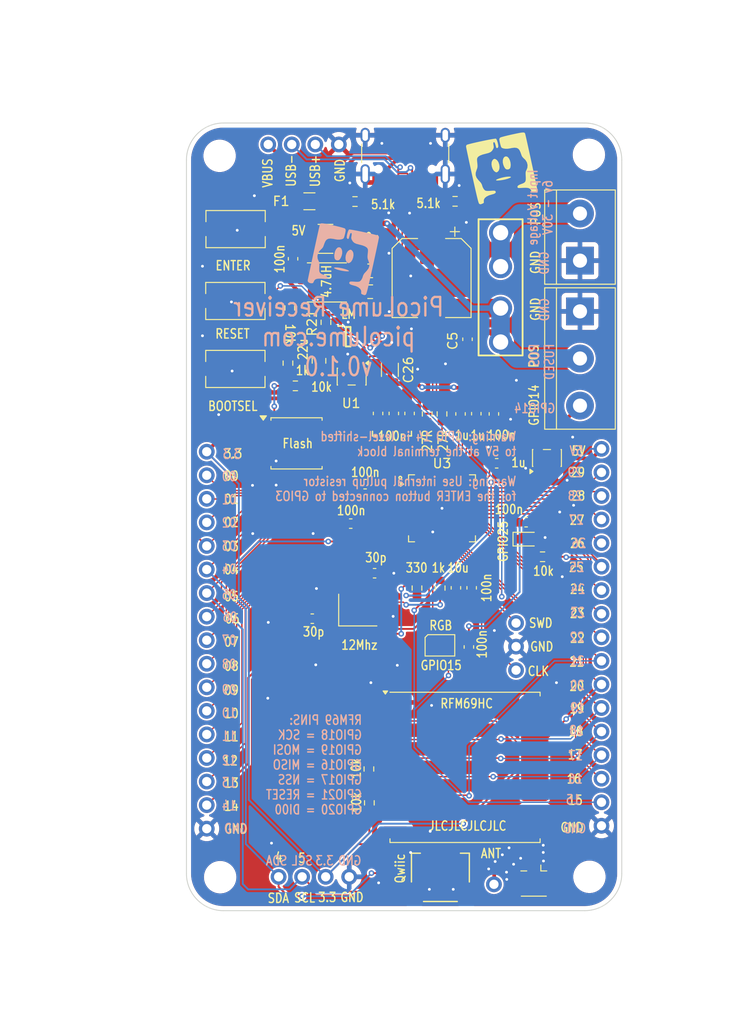
<source format=kicad_pcb>
(kicad_pcb (version 20241229) (generator "pcbnew") (generator_version "9.0")
  (layers (0 "F.Cu" signal "Front") (2 "B.Cu" signal "Back") (13 "F.Paste" user) (15 "B.Paste" user) (5 "F.SilkS" user "F.Silkscreen") (7 "B.SilkS" user "B.Silkscreen") (1 "F.Mask" user) (3 "B.Mask" user) (25 "Edge.Cuts" user))
  (net 0 "")
  (net 1 "GND")
  (net 2 "/XIN")
  (net 3 "Net-(C3-Pad1)")
  (net 4 "+3V3")
  (net 5 "+1V1")
  (net 6 "Net-(D1-A)")
  (net 7 "/GPIO15")
  (net 8 "Net-(J13-CC2)")
  (net 9 "/GPIO5")
  (net 10 "/GPIO2")
  (net 11 "/GPIO13")
  (net 12 "/GPIO9")
  (net 13 "/GPIO7")
  (net 14 "/GPIO11")
  (net 15 "/GPIO12")
  (net 16 "/GPIO6")
  (net 17 "/GPIO1")
  (net 18 "/GPIO10")
  (net 19 "/GPIO3")
  (net 20 "/GPIO0")
  (net 21 "/GPIO4")
  (net 22 "/GPIO8")
  (net 23 "/GPIO14")
  (net 24 "/GPIO29_ADC3")
  (net 25 "/GPIO23")
  (net 26 "/GPIO24")
  (net 27 "/GPIO18")
  (net 28 "/GPIO20")
  (net 29 "/GPIO16")
  (net 30 "/GPIO28_ADC2")
  (net 31 "/SWD")
  (net 32 "/GPIO19")
  (net 33 "/GPIO22")
  (net 34 "/GPIO17")
  (net 35 "/GPIO27_ADC1")
  (net 36 "/GPIO21")
  (net 37 "/SWCLK")
  (net 38 "/RUN")
  (net 39 "/GPIO25")
  (net 40 "/GPIO26_ADC0")
  (net 41 "VBAT")
  (net 42 "Net-(J5-Pin_1)")
  (net 43 "/QSPI_SS")
  (net 44 "/XOUT")
  (net 45 "/QSPI_SD0")
  (net 46 "/QSPI_SD3")
  (net 47 "/QSPI_SCLK")
  (net 48 "/QSPI_SD2")
  (net 49 "/QSPI_SD1")
  (net 50 "Net-(J13-CC1)")
  (net 51 "VBUS")
  (net 54 "/USB_P")
  (net 55 "/USB+")
  (net 56 "/USB-")
  (net 57 "/USB_N")
  (net 58 "Net-(U5-SW)")
  (net 59 "Net-(U5-BST)")
  (net 60 "+5V")
  (net 61 "Net-(R15-Pad2)")
  (net 67 "Net-(R1-Pad2)")
  (net 68 "+5V_BUCK")
  (net 69 "FUSED")
  (net 70 "Net-(IC1-ST)")
  (net 72 "Net-(J7-Pin_3)")
  (net 75 "VIN")
  (footprint "Capacitor_SMD:C_0603_1608Metric" (layer "F.Cu") (at 113.6 116.5 180)
    (property "Reference" "C2" (hide yes))
    (property "Value" "30p")
  )
  (footprint "LED_SMD:LED_0603_1608Metric" (layer "F.Cu") (at 136.75 107.925)
    (property "Reference" "D1" (hide yes))
    (property "Value" "LED")
  )
  (footprint "Resistor_SMD:R_0603_1608Metric" (layer "F.Cu") (at 118.21 71.53)
    (property "Reference" "R10" (hide yes))
    (property "Value" "5.1k")
  )
  (footprint "Connector_PinHeader_2.54mm:PinHeader_1x04_P2.54mm_Vertical" (layer "F.Cu") (at 109.965499 144.33 90)
    (property "Reference" "J2" (hide yes))
    (property "Value" "Conn_01x04_Pin")
  )
  (footprint "Button_Switch_SMD:SW_Tactile_SPST_NO_Straight_CK_PTS636Sx25SMTRLFS" (layer "F.Cu") (at 105.3 89.575)
    (property "Reference" "SW2" (hide yes))
    (property "Value" "SW_Push")
  )
  (footprint "Capacitor_SMD:C_1206_3216Metric" (layer "F.Cu") (at 121.975 89.675 -90)
    (property "Reference" "C26")
    (property "Value" "10u")
  )
  (footprint "Resistor_SMD:R_0603_1608Metric" (layer "F.Cu") (at 111.175 83 -90)
    (property "Reference" "R9" (hide yes))
    (property "Value" "10k")
  )
  (footprint "Capacitor_SMD:C_0603_1608Metric" (layer "F.Cu") (at 130.35 86.375 90)
    (property "Reference" "C5")
    (property "Value" "100n")
  )
  (footprint "Fuse:Fuse_1206_3216Metric" (layer "F.Cu") (at 113.29 71.5)
    (property "Reference" "F1")
    (property "Value" "Polyfuse")
  )
  (footprint "Capacitor_SMD:CP_Elec_8x10" (layer "F.Cu") (at 126.475 79.775 -90)
    (property "Reference" "C4" (hide yes))
    (property "Value" "220uF")
  )
  (footprint "Package_DFN_QFN:QFN-56-1EP_7x7mm_P0.4mm_EP3.2x3.2mm" (layer "F.Cu") (at 127.6 104.6)
    (property "Reference" "U3")
    (property "Value" "RP2040")
  )
  (footprint "Capacitor_SMD:C_0603_1608Metric" (layer "F.Cu") (at 130.5 119.55 -90)
    (property "Reference" "100n" (hide yes))
    (property "Value" "100n")
  )
  (footprint "Resistor_SMD:R_0603_1608Metric" (layer "F.Cu") (at 127.4 113.2 -90)
    (property "Reference" "R5" (hide yes))
    (property "Value" "1k")
  )
  (footprint "Package_TO_SOT_SMD:SOT-23-5" (layer "F.Cu") (at 117.85 90.4 -90)
    (property "Reference" "U1")
    (property "Value" "RT9080-33GJ5")
  )
  (footprint "Connector_Coaxial:U.FL_Hirose_U.FL-R-SMT-1_Vertical" (layer "F.Cu") (at 137.505499 144.58 -90)
    (property "Reference" "J8" (hide yes))
    (property "Value" "Conn_Coaxial")
  )
  (footprint "LED_SMD:LED_WS2812B-2020_PLCC4_2.0x2.0mm" (layer "F.Cu") (at 127.375 119.375)
    (property "Reference" "D2" (hide yes))
    (property "Value" "WS2812B-2020")
  )
  (footprint "Capacitor_SMD:C_0603_1608Metric" (layer "F.Cu") (at 129.1 113.175 -90)
    (property "Reference" "C17" (hide yes))
    (property "Value" "10u")
  )
  (footprint "Capacitor_SMD:C_0805_2012Metric" (layer "F.Cu") (at 114.325 88.7 90)
    (property "Reference" "C1" (hide yes))
    (property "Value" "22u")
  )
  (footprint "Capacitor_SMD:C_0603_1608Metric" (layer "F.Cu") (at 133.2 94.425 90)
    (property "Reference" "C9" (hide yes))
    (property "Value" "100n")
  )
  (footprint "Resistor_SMD:R_0603_1608Metric" (layer "F.Cu") (at 119.760499 136.355 -90)
    (property "Reference" "R7" (hide yes))
    (property "Value" "10k")
  )
  (footprint "Resistor_SMD:R_0603_1608Metric" (layer "F.Cu") (at 115.075 84.55 90)
    (property "Reference" "R21")
    (property "Value" "10k")
  )
  (footprint "Button_Switch_SMD:SW_Tactile_SPST_NO_Straight_CK_PTS636Sx25SMTRLFS" (layer "F.Cu") (at 105.3 82.25)
    (property "Reference" "SW1" (hide yes))
    (property "Value" "SW_Push")
  )
  (footprint "Package_SO:SOIC-8_5.3x5.3mm_P1.27mm" (layer "F.Cu") (at 111.9 97.6)
    (property "Reference" "U2" (hide yes))
    (property "Value" "W25Q16JVS")
  )
  (footprint "Connector_PinHeader_2.54mm:PinHeader_1x17_P2.54mm_Vertical" (layer "F.Cu") (at 102.21 98.5)
    (property "Reference" "J4" (hide yes))
    (property "Value" "Conn_01x17")
  )
  (footprint "Resistor_SMD:R_0603_1608Metric" (layer "F.Cu") (at 119.710499 132.705 90)
    (property "Reference" "R6" (hide yes))
    (property "Value" "10k")
  )
  (footprint "Connector_USB:USB_C_Receptacle_HRO_TYPE-C-31-M-12" (layer "F.Cu") (at 123.63 65.43 180)
    (property "Reference" "J13" (hide yes))
    (property "Value" "USB_C_Receptacle_USB2.0_16P")
  )
  (footprint "Resistor_SMD:R_0603_1608Metric" (layer "F.Cu") (at 129.01 71.505 180)
    (property "Reference" "R11" (hide yes))
    (property "Value" "5.1k")
  )
  (footprint "Inductor_SMD:L_Sunlord_SWPA4030S" (layer "F.Cu") (at 115.175 80.25 180)
    (property "Reference" "L2" (hide yes))
    (property "Value" "4.7u")
  )
  (footprint "Capacitor_SMD:C_0603_1608Metric" (layer "F.Cu") (at 129.6 94.425 90)
    (property "Reference" "C6" (hide yes))
    (property "Value" "100n")
  )
  (footprint "TerminalBlock:TerminalBlock_bornier-3_P5.08mm" (layer "F.Cu") (at 142.49 83.37 -90)
    (property "Reference" "J7" (hide yes))
    (property "Value" "Screw_Terminal_01x03" (hide yes))
  )
  (footprint "Capacitor_SMD:C_0603_1608Metric" (layer "F.Cu") (at 130.8 113.175 -90)
    (property "Reference" "C8" (hide yes))
    (property "Value" "1u")
  )
  (footprint "PicoLume:CONN_SM04B-SRSS-TB_JST" (layer "F.Cu") (at 127.425499 144.3885 180)
    (property "Reference" "J9" (hide yes))
    (property "Value" "SM04B-SRSS-TB")
  )
  (footprint "Resistor_SMD:R_0603_1608Metric" (layer "F.Cu") (at 110.975 88.95 90)
    (property "Reference" "R1" (hide yes))
    (property "Value" "1k")
  )
  (footprint "Capacitor_SMD:C_0603_1608Metric" (layer "F.Cu") (at 124.1 94.375 90)
    (property "Reference" "C12" (hide yes))
    (property "Value" "100n")
  )
  (footprint "MountingHole:MountingHole_3.2mm_M3" (layer "F.Cu") (at 103.66 144.37)
    (property "Reference" "H4" (hide yes))
    (property "Value" "MountingHole")
  )
  (footprint "Resistor_SMD:R_0603_1608Metric" (layer "F.Cu") (at 126 94.425 -90)
    (property "Reference" "R3" (hide yes))
    (property "Value" "27")
  )
  (footprint "Capacitor_SMD:C_0603_1608Metric" (layer "F.Cu") (at 117.75 106.25 180)
    (property "Reference" "C13" (hide yes))
    (property "Value" "100n")
  )
  (footprint "Capacitor_SMD:C_0603_1608Metric" (layer "F.Cu") (at 122.4 94.375 90)
    (property "Reference" "C15" (hide yes))
    (property "Value" "100n")
  )
  (footprint "Capacitor_SMD:C_0603_1608Metric" (layer "F.Cu") (at 119.3 102 180)
    (property "Reference" "C11" (hide yes))
    (property "Value" "100n")
  )
  (footprint "PicoLume:LM66200DRLR" (layer "F.Cu") (at 117.475 86.1)
    (property "Reference" "IC1" (hide yes))
    (property "Value" "LM66200DRLR" (hide yes))
  )
  (footprint "Capacitor_SMD:C_0603_1608Metric" (layer "F.Cu") (at 111.525 77.7 -90)
    (property "Reference" "C19" (hide yes))
    (property "Value" "100n")
  )
  (footprint "PicoLume:3544-2" (layer "F.Cu") (at 133.92 80.78 -90)
    (property "Reference" "U7" (hide yes))
    (property "Value" "3544-2" (hide yes))
  )
  (footprint "Package_TO_SOT_SMD:SOT-23-5" (layer "F.Cu") (at 138.925 99.175 90)
    (property "Reference" "U6" (hide yes))
    (property "Value" "74AHCT1G125")
  )
  (footprint "Connector_PinHeader_2.54mm:PinHeader_1x03_P2.54mm_Vertical" (layer "F.Cu") (at 135.59 122.05 180)
    (property "Reference" "J10" (hide yes))
    (property "Value" "Conn_01x03_Pin")
  )
  (footprint "MountingHole:MountingHole_3.2mm_M3" (layer "F.Cu") (at 143.508188 144.329696)
    (property "Reference" "H3" (hide yes))
    (property "Value" "MountingHole")
  )
  (footprint "Crystal:Crystal_SMD_3225-4Pin_3.2x2.5mm" (layer "F.Cu") (at 118.51 115.57)
    (property "Reference" "Y1" (hide yes))
    (property "Value" "Crystal_GND24")
  )
  (footprint "Capacitor_SMD:C_1206_3216Metric" (layer "F.Cu") (at 119.625 75.35 -90)
    (property "Reference" "C18" (hide yes))
    (property "Value" "10u")
  )
  (footprint "Connector_PinHeader_2.54mm:PinHeader_1x01_P2.54mm_Vertical" (layer "F.Cu") (at 133.205499 145.14)
    (property "Reference" "J5" (hide yes))
    (property "Value" "Conn_01x01_Pin")
  )
  (footprint "Capacitor_SMD:C_0603_1608Metric" (layer "F.Cu") (at 120.325 111.6)
    (property "Reference" "C3" (hide yes))
    (property "Value" "30p")
  )
  (footprint "Resistor_SMD:R_0603_1608Metric" (layer "F.Cu") (at 127.6 94.425 -90)
    (property "Reference" "R4" (hide yes))
    (property "Value" "27")
  )
  (footprint "Resistor_SMD:R_0603_1608Metric" (layer "F.Cu") (at 138.45 109.825)
    (property "Reference" "R8" (hide yes))
    (property "Value" "10k")
  )
  (footprint "Capacitor_SMD:C_0603_1608Metric" (layer "F.Cu") (at 136.675 106.1)
    (property "Reference" "C16" (hide yes))
    (property "Value" "100n")
  )
  (footprint "Package_TO_SOT_SMD:TSOT-23-6" (layer "F.Cu") (at 115.025 75.55 180)
    (property "Reference" "U5" (hide yes))
    (property "Value" "AP63205WU")
  )
  (footprint "Resistor_SMD:R_0603_1608Metric" (layer "F.Cu") (at 124.9 113.2 -90)
    (property "Reference" "R15" (hide yes))
    (property "Value" "330R")
  )
  (footprint "Capacitor_SMD:C_0603_1608Metric" (layer "F.Cu") (at 120.7 94.375 90)
    (property "Reference" "C7" (hide yes))
    (property "Value" "100n")
  )
  (footprint "Capacitor_SMD:C_0805_2012Metric" (layer "F.Cu") (at 119.85 81.25)
    (property "Reference" "C20" (hide yes))
    (property "Value" "22u")
  )
  (footprint "Connector_PinHeader_2.54mm:PinHeader_1x17_P2.54mm_Vertical" (layer "F.Cu") (at 144.81 98.19)
    (property "Reference" "J1" (hide yes))
    (property "Value" "Conn_01x17")
  )
  (footprint "Capacitor_SMD:C_0805_2012Metric" (layer "F.Cu") (at 119.85 79)
    (property "Reference" "C22" (hide yes))
    (property "Value" "22u")
  )
  (footprint "LOGO" (layer "F.Cu") (at 134.04 67.93)
    (property "Reference" "G***" (hide yes))
    (property "Value" "LOGO" (hide yes))
  )
  (footprint "MountingHole:MountingHole_3.2mm_M3" (layer "F.Cu") (at 103.6 66.6)
    (property "Reference" "H1" (hide yes))
    (property "Value" "MountingHole")
  )
  (footprint "Capacitor_SMD:C_0603_1608Metric" (layer "F.Cu") (at 131.3 94.4 90)
    (property "Reference" "C14" (hide yes))
    (property "Value" "100n")
  )
  (footprint "Resistor_SMD:R_0603_1608Metric" (layer "F.Cu") (at 111.775 91.4 180)
    (property "Reference" "R2" (hide yes))
    (property "Value" "10K")
  )
  (footprint "RF_Module:HOPERF_RFM9XW_SMD" (layer "F.Cu") (at 130.085499 132.53)
    (property "Reference" "U4" (hide yes))
    (property "Value" "RFM69HCW")
  )
  (footprint "MountingHole:MountingHole_3.2mm_M3" (layer "F.Cu") (at 143.45 66.49)
    (property "Reference" "H2" (hide yes))
    (property "Value" "MountingHole")
  )
  (footprint "Connector_PinHeader_2.54mm:PinHeader_1x04_P2.54mm_Vertical" (layer "F.Cu") (at 116.465 65.375 -90)
    (property "Reference" "J11" (hide yes))
    (property "Value" "Conn_01x04_Pin")
  )
  (footprint "Capacitor_SMD:C_0603_1608Metric" (layer "F.Cu") (at 133.5 99.75)
    (property "Reference" "C10" (hide yes))
    (property "Value" "1u")
  )
  (footprint "TerminalBlock:TerminalBlock_bornier-2_P5.08mm" (layer "F.Cu") (at 142.49 72.82 -90)
    (property "Reference" "J6" (hide yes))
    (property "Value" "Screw_Terminal_01x02" (hide yes))
  )
  (footprint "Button_Switch_SMD:SW_Tactile_SPST_NO_Straight_CK_PTS636Sx25SMTRLFS" (layer "F.Cu") (at 105.325 74.5 180)
    (property "Reference" "SW3" (hide yes))
    (property "Value" "SW_Push")
  )
  (footprint "LOGO" (layer "B.Cu") (at 116.95 77.725 180)
    (property "Reference" "G***" (hide yes))
    (property "Value" "LOGO" (hide yes))
  )
  (gr_line (start 120.5 96.8) (end 120.1 96.8) (stroke (width 0.1524)) (layer "F.SilkS"))
  (gr_line (start 120.1 96.8) (end 120.1 96.3) (stroke (width 0.1524)) (layer "F.SilkS"))
  (gr_line (start 124.3 96.8) (end 124.3 96.3) (stroke (width 0.1524)) (layer "F.SilkS"))
  (gr_line (start 123.9 96.8) (end 124.3 96.8) (stroke (width 0.1524)) (layer "F.SilkS"))
  (gr_circle (center 123.1 101.3) (end 123.2 101.4) (stroke (width 0.1524)) (fill no) (layer "F.SilkS"))
  (gr_line (start 143 147.98) (end 104.02 147.98) (stroke (width 0.1)) (layer "Edge.Cuts"))
  (gr_arc (start 100.02 67.06) (mid 101.191573 64.231573) (end 104.02 63.06) (stroke (width 0.1)) (layer "Edge.Cuts"))
  (gr_line (start 104.02 63.06) (end 143 63.06) (stroke (width 0.1)) (layer "Edge.Cuts"))
  (gr_line (start 147 67.06) (end 147 143.98) (stroke (width 0.1)) (layer "Edge.Cuts"))
  (gr_line (start 100.02 143.98) (end 100.02 67.06) (stroke (width 0.1)) (layer "Edge.Cuts"))
  (gr_arc (start 147 143.98) (mid 145.828427 146.808427) (end 143 147.98) (stroke (width 0.1)) (layer "Edge.Cuts"))
  (gr_arc (start 143 63.06) (mid 145.828427 64.231573) (end 147 67.06) (stroke (width 0.1)) (layer "Edge.Cuts"))
  (gr_arc (start 104.02 147.98) (mid 101.191573 146.808427) (end 100.02 143.98) (stroke (width 0.1)) (layer "Edge.Cuts"))
  (gr_text "RESET" (at 103.05 86.375 0) (layer "F.SilkS") (effects (font (size 1 0.8128) (thickness 0.1524) (bold yes)) (justify left bottom)))
  (gr_text "1u" (at 130.6 97.3 0) (layer "F.SilkS") (effects (font (size 1 0.8128) (thickness 0.1524) (bold yes)) (justify left bottom)))
  (gr_text "JLCJLCJLCJLC" (at 126.08 139.43 0) (layer "F.SilkS") (effects (font (size 1 0.8128) (thickness 0.1524) (bold yes)) (justify left bottom)))
  (gr_text "CLK" (at 136.76 122.75 0) (layer "F.SilkS") (effects (font (size 1 0.8128) (thickness 0.1524) (bold yes)) (justify left bottom)))
  (gr_text "1u" (at 128.9 97.3 0) (layer "F.SilkS") (effects (font (size 1 0.8128) (thickness 0.1524) (bold yes)) (justify left bottom)))
  (gr_text "GPIO14" (at 138.12 95.79 90) (layer "F.SilkS") (effects (font (size 1 0.8128) (thickness 0.1524) (bold yes)) (justify left bottom)))
  (gr_text "Qwiic" (at 123.660499 143.43 90) (layer "F.SilkS") (effects (font (size 1 0.8128) (thickness 0.1524) (bold yes)) (justify bottom)))
  (gr_text "18" (at 141.2 129.24 0) (layer "F.SilkS") (effects (font (size 1 0.8128) (thickness 0.1524) (bold yes)) (justify left bottom)))
  (gr_text "10u" (at 118.425 76 0) (layer "F.SilkS") (effects (font (size 1 0.8128) (thickness 0.1524) (bold yes)) (justify left bottom)))
  (gr_text "GND" (at 140.3 139.6 0) (layer "F.SilkS") (effects (font (size 1 0.8128) (thickness 0.1524) (bold yes)) (justify left bottom)))
  (gr_text "100n" (at 116.175 105.425 0) (layer "F.SilkS") (effects (font (size 1 0.8128) (thickness 0.1524) (bold yes)) (justify left bottom)))
  (gr_text "ANT" (at 131.7 142.4 0) (layer "F.SilkS") (effects (font (size 1 0.8128) (thickness 0.1524) (bold yes)) (justify left bottom)))
  (gr_text "27R" (at 126.6 98.6 90) (layer "F.SilkS") (effects (font (size 1 0.8128) (thickness 0.1524) (bold yes)) (justify left bottom)))
  (gr_text "23" (at 141.32 116.51 0) (layer "F.SilkS") (effects (font (size 1 0.8128) (thickness 0.1524) (bold yes)) (justify left bottom)))
  (gr_text "08" (at 104 122.2 0) (layer "F.SilkS") (effects (font (size 1 0.8128) (thickness 0.1524) (bold yes)) (justify left bottom)))
  (gr_text "100n" (at 132.5 120.875 90) (layer "F.SilkS") (effects (font (size 1 0.8128) (thickness 0.1524) (bold yes)) (justify left bottom)))
  (gr_text "16" (at 140.975 134.35 0) (layer "F.SilkS") (effects (font (size 1 0.8128) (thickness 0.1524) (bold yes)) (justify left bottom)))
  (gr_text "GND" (at 116.55 147.125 0) (layer "F.SilkS") (effects (font (size 1 0.8128) (thickness 0.1524) (bold yes)) (justify left bottom)))
  (gr_text "17" (at 141.09 131.75 0) (layer "F.SilkS") (effects (font (size 1 0.8128) (thickness 0.1524) (bold yes)) (justify left bottom)))
  (gr_text "12Mhz" (at 116.65 119.925 0) (layer "F.SilkS") (effects (font (size 1 0.8128) (thickness 0.1524) (bold yes)) (justify left bottom)))
  (gr_text "POS" (at 138.3 74.16 90) (layer "F.SilkS") (effects (font (size 1 0.8128) (thickness 0.1524) (bold yes)) (justify left bottom)))
  (gr_text "POS" (at 138.1 89.54 90) (layer "F.SilkS") (effects (font (size 1 0.8128) (thickness 0.1524) (bold yes)) (justify left bottom)))
  (gr_text "22" (at 141.34 119.18 0) (layer "F.SilkS") (effects (font (size 1 0.8128) (thickness 0.1524) (bold yes)) (justify left bottom)))
  (gr_text "28" (at 141.39 103.85 0) (layer "F.SilkS") (effects (font (size 1 0.8128) (thickness 0.1524) (bold yes)) (justify left bottom)))
  (gr_text "30p" (at 112.5 118.5 0) (layer "F.SilkS") (effects (font (size 1 0.8128) (thickness 0.1524) (bold yes)) (justify left bottom)))
  (gr_text "29" (at 141.36717 101.32 0) (layer "F.SilkS") (effects (font (size 1 0.8128) (thickness 0.1524) (bold yes)) (justify left bottom)))
  (gr_text "26" (at 141.34 108.96 0) (layer "F.SilkS") (effects (font (size 1 0.8128) (thickness 0.1524) (bold yes)) (justify left bottom)))
  (gr_text "LM" (at 116.625 84.25 0) (layer "F.SilkS") (effects (font (size 1 0.8128) (thickness 0.1524) (bold yes)) (justify left bottom)))
  (gr_text "04" (at 104 111.8 0) (layer "F.SilkS") (effects (font (size 1 0.8128) (thickness 0.1524) (bold yes)) (justify left bottom)))
  (gr_text "GND" (at 117.175 69.525 90) (layer "F.SilkS") (effects (font (size 1 0.8128) (thickness 0.1524) (bold yes)) (justify left bottom)))
  (gr_text "10u" (at 128.1 111.6 0) (layer "F.SilkS") (effects (font (size 1 0.8128) (thickness 0.1524) (bold yes)) (justify left bottom)))
  (gr_text "19" (at 141.29 126.79 0) (layer "F.SilkS") (effects (font (size 1 0.8128) (thickness 0.1524) (bold yes)) (justify left bottom)))
  (gr_text "SDA" (at 108.7 147.225 0) (layer "F.SilkS") (effects (font (size 1 0.8128) (thickness 0.1524) (bold yes)) (justify left bottom)))
  (gr_text "Flash" (at 110.3 98.2 0) (layer "F.SilkS") (effects (font (size 1 0.8128) (thickness 0.1524) (bold yes)) (justify left bottom)))
  (gr_text "20" (at 141.28 124.37 0) (layer "F.SilkS") (effects (font (size 1 0.8128) (thickness 0.1524) (bold yes)) (justify left bottom)))
  (gr_text "27R" (at 128.3 98.6 90) (layer "F.SilkS") (effects (font (size 1 0.8128) (thickness 0.1524) (bold yes)) (justify left bottom)))
  (gr_text "GND" (at 138.28 79.42 90) (layer "F.SilkS") (effects (font (size 1 0.8128) (thickness 0.1524) (bold yes)) (justify left bottom)))
  (gr_text "07" (at 104 119.6 0) (layer "F.SilkS") (effects (font (size 1 0.8128) (thickness 0.1524) (bold yes)) (justify left bottom)))
  (gr_text "10k" (at 110.625 84.625 270) (layer "F.SilkS") (effects (font (size 1 0.8128) (thickness 0.1524) (bold yes)) (justify left bottom)))
  (gr_text "3.3" (at 104 99.3 0) (layer "F.SilkS") (effects (font (size 1 0.8128) (thickness 0.1524) (bold yes)) (justify left bottom)))
  (gr_text "1k" (at 111.75 90.325 0) (layer "F.SilkS") (effects (font (size 1 0.8128) (thickness 0.1524) (bold yes)) (justify left bottom)))
  (gr_text "5V" (at 111.275 75.25 0) (layer "F.SilkS") (effects (font (size 1 0.8128) (thickness 0.1524) (bold yes)) (justify left bottom)))
  (gr_text "03" (at 104 109.3 0) (layer "F.SilkS") (effects (font (size 1 0.8128) (thickness 0.1524) (bold yes)) (justify left bottom)))
  (gr_text "5.1k" (at 124.75 72.3 0) (layer "F.SilkS") (effects (font (size 1 0.8128) (thickness 0.1524) (bold yes)) (justify left bottom)))
  (gr_text "GPIO25" (at 134.775 110.475 90) (layer "F.SilkS") (effects (font (size 1 0.8128) (thickness 0.1524) (bold yes)) (justify left bottom)))
  (gr_text "VBUS" (at 109.375 70.125 90) (layer "F.SilkS") (effects (font (size 1 0.8128) (thickness 0.1524) (bold yes)) (justify left bottom)))
  (gr_text "12" (at 103.9 132.4 0) (layer "F.SilkS") (effects (font (size 1 0.8128) (thickness 0.1524) (bold yes)) (justify left bottom)))
  (gr_text "1u" (at 135 100.25 0) (layer "F.SilkS") (effects (font (size 1 0.8128) (thickness 0.1524) (bold yes)) (justify left bottom)))
  (gr_text "100n" (at 133.2 105.3 0) (layer "F.SilkS") (effects (font (size 1 0.8128) (thickness 0.1524) (bold yes)) (justify left bottom)))
  (gr_text "05" (at 104 114.7 0) (layer "F.SilkS") (effects (font (size 1 0.8128) (thickness 0.1524) (bold yes)) (justify left bottom)))
  (gr_text "330" (at 123.6 111.6 0) (layer "F.SilkS") (effects (font (size 1 0.8128) (thickness 0.1524) (bold yes)) (justify left bottom)))
  (gr_text "100n" (at 110.675 79.35 90) (layer "F.SilkS") (effects (font (size 1 0.8128) (thickness 0.1524) (bold yes)) (justify left bottom)))
  (gr_text "ENTER" (at 103.075 79.025 0) (layer "F.SilkS") (effects (font (size 1 0.8128) (thickness 0.1524) (bold yes)) (justify left bottom)))
  (gr_text "100n" (at 120.6 97.4 0) (layer "F.SilkS") (effects (font (size 1 0.8128) (thickness 0.1524) (bold yes)) (justify left bottom)))
  (gr_text "5.1k" (at 119.85 72.425 0) (layer "F.SilkS") (effects (font (size 1 0.8128) (thickness 0.1524) (bold yes)) (justify left bottom)))
  (gr_text "22u" (at 113.175 88.7 90) (layer "F.SilkS") (effects (font (size 1 0.8128) (thickness 0.1524) (bold yes)) (justify left bottom)))
  (gr_text "100n" (at 133 114.8 90) (layer "F.SilkS") (effects (font (size 1 0.8128) (thickness 0.1524) (bold yes)) (justify left bottom)))
  (gr_text "100n" (at 117.7 101.3 0) (layer "F.SilkS") (effects (font (size 1 0.8128) (thickness 0.1524) (bold yes)) (justify left bottom)))
  (gr_text "06" (at 104.1 117.1 0) (layer "F.SilkS") (effects (font (size 1 0.8128) (thickness 0.1524) (bold yes)) (justify left bottom)))
  (gr_text "30p" (at 119.225 110.5 0) (layer "F.SilkS") (effects (font (size 1 0.8128) (thickness 0.1524) (bold yes)) (justify left bottom)))
  (gr_text "GPIO15" (at 125.2 122.125 0) (layer "F.SilkS") (effects (font (size 1 0.8128) (thickness 0.1524) (bold yes)) (justify left bottom)))
  (gr_text "10k" (at 137.35 111.95 0) (layer "F.SilkS") (effects (font (size 1 0.8128) (thickness 0.1524) (bold yes)) (justify left bottom)))
  (gr_text "10k" (at 118.960499 137.505 90) (layer "F.SilkS") (effects (font (size 1 0.8128) (thickness 0.1524) (bold yes)) (justify left bottom)))
  (gr_text "RGB" (at 126.15 117.825 0) (layer "F.SilkS") (effects (font (size 1 0.8128) (thickness 0.1524) (bold yes)) (justify left bottom)))
  (gr_text "GND" (at 104.03 139.76 0) (layer "F.SilkS") (effects (font (size 1 0.8128) (thickness 0.1524) (bold yes)) (justify left bottom)))
  (gr_text "00" (at 104 101.7 0) (layer "F.SilkS") (effects (font (size 1 0.8128) (thickness 0.1524) (bold yes)) (justify left bottom)))
  (gr_text "5V" (at 141.5 99 0) (layer "F.SilkS") (effects (font (size 1 0.8128) (thickness 0.1524) (bold yes)) (justify left bottom)))
  (gr_text "5" (at 112 142.9 0) (layer "F.SilkS") (effects (font (size 1 0.8128) (thickness 0.1524) (bold yes)) (justify left bottom)))
  (gr_text "27" (at 141.3 106.46 0) (layer "F.SilkS") (effects (font (size 1 0.8128) (thickness 0.1524) (bold yes)) (justify left bottom)))
  (gr_text "4" (at 109.5 142.825 0) (layer "F.SilkS") (effects (font (size 1 0.8128) (thickness 0.1524) (bold yes)) (justify left bottom)))
  (gr_text "02" (at 104 106.7 0) (layer "F.SilkS") (effects (font (size 1 0.8128) (thickness 0.1524) (bold yes)) (justify left bottom)))
  (gr_text "14" (at 104 137.3 0) (layer "F.SilkS") (effects (font (size 1 0.8128) (thickness 0.1524) (bold yes)) (justify left bottom)))
  (gr_text "3.3" (at 114.15 147.125 0) (layer "F.SilkS") (effects (font (size 1 0.8128) (thickness 0.1524) (bold yes)) (justify left bottom)))
  (gr_text "01" (at 104 104.2 0) (layer "F.SilkS") (effects (font (size 1 0.8128) (thickness 0.1524) (bold yes)) (justify left bottom)))
  (gr_text "USB-" (at 111.9 70.025 90) (layer "F.SilkS") (effects (font (size 1 0.8128) (thickness 0.1524) (bold yes)) (justify left bottom)))
  (gr_text "10k" (at 118.910499 133.88 90) (layer "F.SilkS") (effects (font (size 1 0.8128) (thickness 0.1524) (bold yes)) (justify left bottom)))
  (gr_text "13" (at 104 134.8 0) (layer "F.SilkS") (effects (font (size 1 0.8128) (thickness 0.1524) (bold yes)) (justify left bottom)))
  (gr_text "10" (at 104 127.3 0) (layer "F.SilkS") (effects (font (size 1 0.8128) (thickness 0.1524) (bold yes)) (justify left bottom)))
  (gr_text "15" (at 141.125 136.65 0) (layer "F.SilkS") (effects (font (size 1 0.8128) (thickness 0.1524) (bold yes)) (justify left bottom)))
  (gr_text "09" (at 104 124.8 0) (layer "F.SilkS") (effects (font (size 1 0.8128) (thickness 0.1524) (bold yes)) (justify left bottom)))
  (gr_text "SWD" (at 136.9 117.56 0) (layer "F.SilkS") (effects (font (size 1 0.8128) (thickness 0.1524) (bold yes)) (justify left bottom)))
  (gr_text "BOOTSEL" (at 102.275 94.175 0) (layer "F.SilkS") (effects (font (size 1 0.8128) (thickness 0.1524) (bold yes)) (justify left bottom)))
  (gr_text "25" (at 141.22 111.54 0) (layer "F.SilkS") (effects (font (size 1 0.8128) (thickness 0.1524) (bold yes)) (justify left bottom)))
  (gr_text "10k" (at 113.4 92.1 0) (layer "F.SilkS") (effects (font (size 1 0.8128) (thickness 0.1524) (bold yes)) (justify left bottom)))
  (gr_text "11" (at 104 129.8 0) (layer "F.SilkS") (effects (font (size 1 0.8128) (thickness 0.1524) (bold yes)) (justify left bottom)))
  (gr_text "USB+" (at 114.5 70.05 90) (layer "F.SilkS") (effects (font (size 1 0.8128) (thickness 0.1524) (bold yes)) (justify left bottom)))
  (gr_text "100n" (at 132.4 97.3 0) (layer "F.SilkS") (effects (font (size 1 0.8128) (thickness 0.1524) (bold yes)) (justify left bottom)))
  (gr_text "4.7uH" (at 115.725 82 90) (layer "F.SilkS") (effects (font (size 1 0.8128) (thickness 0.1524) (bold yes)) (justify left bottom)))
  (gr_text "GND" (at 138.28 84.47 90) (layer "F.SilkS") (effects (font (size 1 0.8128) (thickness 0.1524) (bold yes)) (justify left bottom)))
  (gr_text "24" (at 141.33 113.91 0) (layer "F.SilkS") (effects (font (size 1 0.8128) (thickness 0.1524) (bold yes)) (justify left bottom)))
  (gr_text "21" (at 141.27 121.75 0) (layer "F.SilkS") (effects (font (size 1 0.8128) (thickness 0.1524) (bold yes)) (justify left bottom)))
  (gr_text "SCL" (at 111.55 147.175 0) (layer "F.SilkS") (effects (font (size 1 0.8128) (thickness 0.1524) (bold yes)) (justify left bottom)))
  (gr_text "RFM69HC" (at 127.34 126.24 0) (layer "F.SilkS") (effects (font (size 1 0.8128) (thickness 0.1524) (bold yes)) (justify left bottom)))
  (gr_text "1k" (at 126.4 111.6 0) (layer "F.SilkS") (effects (font (size 1 0.8128) (thickness 0.1524) (bold yes)) (justify left bottom)))
  (gr_text "GND" (at 137.03 120.11 0) (layer "F.SilkS") (effects (font (size 1 0.8128) (thickness 0.1524) (bold yes)) (justify left bottom)))
  (gr_text "18" (at 143 129.14 -0) (layer "B.SilkS") (effects (font (size 1 0.8128) (thickness 0.1524) (bold yes)) (justify left bottom mirror)))
  (gr_text "Warning: GPIO 14 is level-shifted \nto 5V at the terminal block\n\nWarning: Use internal pullup resistor\nfor the ENTER button connected to GPIO3\n\n" (at 135.69 105.5 0) (layer "B.SilkS") (effects (font (size 1 0.8128) (thickness 0.1524) (bold yes)) (justify left bottom mirror)))
  (gr_text "16" (at 142.875 134.35 -0) (layer "B.SilkS") (effects (font (size 1 0.8128) (thickness 0.1524) (bold yes)) (justify left bottom mirror)))
  (gr_text "19" (at 143.09 126.69 -0) (layer "B.SilkS") (effects (font (size 1 0.8128) (thickness 0.1524) (bold yes)) (justify left bottom mirror)))
  (gr_text "22" (at 143.04 119.08 -0) (layer "B.SilkS") (effects (font (size 1 0.8128) (thickness 0.1524) (bold yes)) (justify left bottom mirror)))
  (gr_text "GND" (at 139.2 76.825 90) (layer "B.SilkS") (effects (font (size 1 0.8128) (thickness 0.1524) (bold yes)) (justify left bottom mirror)))
  (gr_text "RFM69 PINS:\nGPIO18 = SCK\nGPIO19 = MOSI\nGPIO16 = MISO\nGPIO17 = NSS\nGPIO21 = RESET\nGPIO20 = DI00" (at 119.05 137.675 0) (layer "B.SilkS") (effects (font (size 1 0.8128) (thickness 0.1524) (bold yes)) (justify left bottom mirror)))
  (gr_text "25" (at 143.02 111.54 -0) (layer "B.SilkS") (effects (font (size 1 0.8128) (thickness 0.1524) (bold yes)) (justify left bottom mirror)))
  (gr_text "3.3" (at 105.979878 99.35 -0) (layer "B.SilkS") (effects (font (size 1 0.8128) (thickness 0.1524) (bold yes)) (justify left bottom mirror)))
  (gr_text "GND" (at 143.24283 139.7 0) (layer "B.SilkS") (effects (font (size 1 0.8128) (thickness 0.1524) (bold yes)) (justify left bottom mirror)))
  (gr_text "SCL" (at 113.735499 143.18 -0) (layer "B.SilkS") (effects (font (size 1 0.8128) (thickness 0.1524) (bold yes)) (justify left bottom mirror)))
  (gr_text "GND" (at 139.225 81.85 90) (layer "B.SilkS") (effects (font (size 1 0.8128) (thickness 0.1524) (bold yes)) (justify left bottom mirror)))
  (gr_text "GND" (at 106.66 139.71 -0) (layer "B.SilkS") (effects (font (size 1 0.8128) (thickness 0.1524) (bold yes)) (justify left bottom mirror)))
  (gr_text "06" (at 105.59283 116.9 -0) (layer "B.SilkS") (effects (font (size 1 0.8128) (thickness 0.1524) (bold yes)) (justify left bottom mirror)))
  (gr_text "14" (at 105.5 137.25 -0) (layer "B.SilkS") (effects (font (size 1 0.8128) (thickness 0.1524) (bold yes)) (justify left bottom mirror)))
  (gr_text "07" (at 105.5 119.4 -0) (layer "B.SilkS") (effects (font (size 1 0.8128) (thickness 0.1524) (bold yes)) (justify left bottom mirror)))
  (gr_text "21" (at 143.07 121.65 -0) (layer "B.SilkS") (effects (font (size 1 0.8128) (thickness 0.1524) (bold yes)) (justify left bottom mirror)))
  (gr_text "28" (at 142.83283 103.85 -0) (layer "B.SilkS") (effects (font (size 1 0.8128) (thickness 0.1524) (bold yes)) (justify left bottom mirror)))
  (gr_text "05" (at 105.5 114.5 -0) (layer "B.SilkS") (effects (font (size 1 0.8128) (thickness 0.1524) (bold yes)) (justify left bottom mirror)))
  (gr_text "01" (at 105.5 104.25 -0) (layer "B.SilkS") (effects (font (size 1 0.8128) (thickness 0.1524) (bold yes)) (justify left bottom mirror)))
  (gr_text "Input Voltage\n6v - 30V" (at 139.6 72.175 90) (layer "B.SilkS") (effects (font (size 1 0.8128) (thickness 0.1524) (bold yes)) (justify bottom mirror)))
  (gr_text "15" (at 142.625 136.6 -0) (layer "B.SilkS") (effects (font (size 1 0.8128) (thickness 0.1524) (bold yes)) (justify left bottom mirror)))
  (gr_text "POS \nFUSED" (at 139.775 86.775 90) (layer "B.SilkS") (effects (font (size 1 0.8128) (thickness 0.1524) (bold yes)) (justify left bottom mirror)))
  (gr_text "20" (at 143.08 124.27 -0) (layer "B.SilkS") (effects (font (size 1 0.8128) (thickness 0.1524) (bold yes)) (justify left bottom mirror)))
  (gr_text "02" (at 105.5 106.75 -0) (layer "B.SilkS") (effects (font (size 1 0.8128) (thickness 0.1524) (bold yes)) (justify left bottom mirror)))
  (gr_text "SDA" (at 110.985499 143.18 -0) (layer "B.SilkS") (effects (font (size 1 0.8128) (thickness 0.1524) (bold yes)) (justify left bottom mirror)))
  (gr_text "10" (at 105.5 127.25 -0) (layer "B.SilkS") (effects (font (size 1 0.8128) (thickness 0.1524) (bold yes)) (justify left bottom mirror)))
  (gr_text "00" (at 105.5 101.75 -0) (layer "B.SilkS") (effects (font (size 1 0.8128) (thickness 0.1524) (bold yes)) (justify left bottom mirror)))
  (gr_text "26" (at 143.24 108.96 -0) (layer "B.SilkS") (effects (font (size 1 0.8128) (thickness 0.1524) (bold yes)) (justify left bottom mirror)))
  (gr_text "29" (at 142.81 101.32 0) (layer "B.SilkS") (effects (font (size 1 0.8128) (thickness 0.1524) (bold yes)) (justify left bottom mirror)))
  (gr_text "23" (at 143.12 116.41 -0) (layer "B.SilkS") (effects (font (size 1 0.8128) (thickness 0.1524) (bold yes)) (justify left bottom mirror)))
  (gr_text "17" (at 142.89 131.85 -0) (layer "B.SilkS") (effects (font (size 1 0.8128) (thickness 0.1524) (bold yes)) (justify left bottom mirror)))
  (gr_text "13" (at 105.5 134.75 -0) (layer "B.SilkS") (effects (font (size 1 0.8128) (thickness 0.1524) (bold yes)) (justify left bottom mirror)))
  (gr_text "GPIO14" (at 139.91 94.42 0) (layer "B.SilkS") (effects (font (size 1 0.8128) (thickness 0.1524) (bold yes)) (justify left bottom mirror)))
  (gr_text "24" (at 143.13 113.91 -0) (layer "B.SilkS") (effects (font (size 1 0.8128) (thickness 0.1524) (bold yes)) (justify left bottom mirror)))
  (gr_text "03" (at 105.5 109.25 -0) (layer "B.SilkS") (effects (font (size 1 0.8128) (thickness 0.1524) (bold yes)) (justify left bottom mirror)))
  (gr_text "04" (at 105.5 111.75 -0) (layer "B.SilkS") (effects (font (size 1 0.8128) (thickness 0.1524) (bold yes)) (justify left bottom mirror)))
  (gr_text "09" (at 105.5 124.75 -0) (layer "B.SilkS") (effects (font (size 1 0.8128) (thickness 0.1524) (bold yes)) (justify left bottom mirror)))
  (gr_text "12" (at 105.5 132.35 -0) (layer "B.SilkS") (effects (font (size 1 0.8128) (thickness 0.1524) (bold yes)) (justify left bottom mirror)))
  (gr_text "PicoLume Receiver\npicolume.com\nv0.1.0" (at 116.43 90.51 0) (layer "B.SilkS") (effects (font (size 2 1.6) (thickness 0.25) (bold yes)) (justify bottom mirror)))
  (gr_text "11" (at 105.5 129.75 -0) (layer "B.SilkS") (effects (font (size 1 0.8128) (thickness 0.1524) (bold yes)) (justify left bottom mirror)))
  (gr_text "GND" (at 118.985499 143.18 -0) (layer "B.SilkS") (effects (font (size 1 0.8128) (thickness 0.1524) (bold yes)) (justify left bottom mirror)))
  (gr_text "08" (at 105.5 122 -0) (layer "B.SilkS") (effects (font (size 1 0.8128) (thickness 0.1524) (bold yes)) (justify left bottom mirror)))
  (gr_text "5V" (at 142.94283 99 -0) (layer "B.SilkS") (effects (font (size 1 0.8128) (thickness 0.1524) (bold yes)) (justify left bottom mirror)))
  (gr_text "3.3" (at 115.985499 143.18 -0) (layer "B.SilkS") (effects (font (size 1 0.8128) (thickness 0.1524) (bold yes)) (justify left bottom mirror)))
  (gr_text "27" (at 142.96 106.44 -0) (layer "B.SilkS") (effects (font (size 1 0.8128) (thickness 0.1524) (bold yes)) (justify left bottom mirror)))
  (segment (start 138.725 106.725) (end 138.1 106.1) (width 0.2) (layer "F.Cu") (net 1))
  (segment (start 135.9625 107.925) (end 135.9625 107.5875) (width 0.2) (layer "F.Cu") (net 1))
  (segment (start 117.85 89.2625) (end 117.85 88.4) (width 0.2) (layer "F.Cu") (net 1))
  (segment (start 122.6 139.6) (end 123.5 139.6) (width 0.2) (layer "F.Cu") (net 1))
  (segment (start 128.8 70.45) (end 129.45 69.8) (width 0.2) (layer "F.Cu") (net 1))
  (segment (start 109.8 102) (end 109.7 102.1) (width 0.2) (layer "F.Cu") (net 1))
  (segment (start 114.76 106.25) (end 113.69 107.32) (width 0.2) (layer "F.Cu") (net 1))
  (segment (start 137.975 100.3125) (end 136.6625 100.3125) (width 0.2) (layer "F.Cu") (net 1))
  (segment (start 118.525 102) (end 109.8 102) (width 0.2) (layer "F.Cu") (net 1))
  (segment (start 125.925499 142.29) (end 124.795499 142.29) (width 0.2) (layer "F.Cu") (net 1))
  (segment (start 126.875 70.45) (end 128.8 70.45) (width 0.2) (layer "F.Cu") (net 1))
  (segment (start 136.6625 100.3125) (end 136.625 100.275) (width 0.2) (layer "F.Cu") (net 1))
  (segment (start 122.155 116.42) (end 122.325 116.25) (width 0.2) (layer "F.Cu") (net 1))
  (segment (start 126.6 108.0375) (end 126.6 107.15) (width 0.2) (layer "F.Cu") (net 1))
  (segment (start 126.88 70.445) (end 126.875 70.45) (width 0.2) (layer "F.Cu") (net 1))
  (segment (start 114.325 87.75) (end 117.2 87.75) (width 0.2) (layer "F.Cu") (net 1))
  (segment (start 109.695 99.505) (end 109.7 99.5) (width 0.2) (layer "F.Cu") (net 1))
  (segment (start 135.9625 107.5875) (end 137.45 106.1) (width 0.2) (layer "F.Cu") (net 1))
  (segment (start 117.85 88.4) (end 117.425 87.975) (width 0.2) (layer "F.Cu") (net 1))
  (segment (start 102.518345 139.16) (end 102.2 139.16) (width 0.2) (layer "F.Cu") (net 1))
  (segment (start 138.725 107.75) (end 138.725 106.725) (width 0.2) (layer "F.Cu") (net 1))
  (segment (start 108.3 99.505) (end 109.695 99.505) (width 0.2) (layer "F.Cu") (net 1))
  (segment (start 119.61 116.42) (end 122.155 116.42) (width 0.2) (layer "F.Cu") (net 1))
  (segment (start 120.41 69.08) (end 120.41 69.18) (width 0.4) (layer "F.Cu") (net 1))
  (segment (start 126.88 69.475) (end 126.88 70.445) (width 0.2) (layer "F.Cu") (net 1))
  (segment (start 121.1 111.6) (end 122.4 111.6) (width 0.2) (layer "F.Cu") (net 1))
  (segment (start 124.795499 142.29) (end 124.210499 141.705) (width 0.2) (layer "F.Cu") (net 1))
  (segment (start 138.1 106.1) (end 137.45 106.1) (width 0.2) (layer "F.Cu") (net 1))
  (segment (start 117.2 87.75) (end 117.425 87.975) (width 0.2) (layer "F.Cu") (net 1))
  (segment (start 116.975 106.25) (end 114.76 106.25) (width 0.2) (layer "F.Cu") (net 1))
  (via (at 109.7 99.5) (size 0.6) (drill 0.3) (layers "F.Cu" "B.Cu") (net 1))
  (via (at 104.95 89.8) (size 0.6) (drill 0.3) (layers "F.Cu" "B.Cu") (net 1))
  (via (at 138.525 140.925) (size 0.6) (drill 0.3) (layers "F.Cu" "B.Cu") (net 1))
  (via (at 121.11 65.255) (size 0.6) (drill 0.3) (layers "F.Cu" "B.Cu") (net 1))
  (via (at 138.55 142.625) (size 0.6) (drill 0.3) (layers "F.Cu" "B.Cu") (net 1))
  (via (at 124.225 79.55) (size 0.6) (drill 0.3) (layers "F.Cu" "B.Cu") (net 1))
  (via (at 133.25 117.775) (size 0.6) (drill 0.3) (layers "F.Cu" "B.Cu") (net 1))
  (via (at 134.835499 141.205) (size 0.6) (drill 0.3) (layers "F.Cu" "B.Cu") (net 1))
  (via (at 107.175 107.325) (size 0.6) (drill 0.3) (layers "F.Cu" "B.Cu") (net 1))
  (via (at 108.85 116.9) (size 0.6) (drill 0.3) (layers "F.Cu" "B.Cu") (net 1))
  (via (at 129.45 69.8) (size 0.6) (drill 0.3) (layers "F.Cu" "B.Cu") (net 1))
  (via (at 103.5 94.5) (size 0.6) (drill 0.3) (layers "F.Cu" "B.Cu") (net 1))
  (via (at 128.810499 145.68) (size 0.6) (drill 0.3) (layers "F.Cu" "B.Cu") (net 1))
  (via (at 140.575 111.975) (size 0.6) (drill 0.3) (layers "F.Cu" "B.Cu") (net 1))
  (via (at 130.225 73.775) (size 0.6) (drill 0.3) (layers "F.Cu" "B.Cu") (net 1))
  (via (at 127.975 89.025) (size 0.6) (drill 0.3) (layers "F.Cu" "B.Cu") (net 1))
  (via (at 122.175 86.725) (size 0.6) (drill 0.3) (layers "F.Cu" "B.Cu") (net 1))
  (via (at 134.560499 143.83) (size 0.6) (drill 0.3) (layers "F.Cu" "B.Cu") (net 1))
  (via (at 135 95) (size 0.6) (drill 0.3) (layers "F.Cu" "B.Cu") (net 1))
  (via (at 141.8 104.275) (size 0.6) (drill 0.3) (layers "F.Cu" "B.Cu") (net 1))
  (via (at 139.95 123.4) (size 0.6) (drill 0.3) (layers "F.Cu" "B.Cu") (net 1))
  (via (at 141.1 101.575) (size 0.6) (drill 0.3) (layers "F.Cu" "B.Cu") (net 1))
  (via (at 113.69 107.32) (size 0.6) (drill 0.3) (layers "F.Cu" "B.Cu") (net 1))
  (via (at 108.8 125.075) (size 0.6) (drill 0.3) (layers "F.Cu" "B.Cu") (net 1))
  (via (at 122.4 111.6) (size 0.6) (drill 0.3) (layers "F.Cu" "B.Cu") (net 1))
  (via (at 109.7 102.1) (size 0.6) (drill 0.3) (layers "F.Cu" "B.Cu") (net 1))
  (via (at 138.725 107.75) (size 0.6) (drill 0.3) (layers "F.Cu" "B.Cu") (net 1))
  (via (at 101.75 78.5) (size 0.6) (drill 0.3) (layers "F.Cu" "B.Cu") (net 1))
  (via (at 124.210499 141.705) (size 0.6) (drill 0.3) (layers "F.Cu" "B.Cu") (net 1))
  (via (at 136.085499 142.33) (size 0.6) (drill 0.3) (layers "F.Cu" "B.Cu") (net 1))
  (via (at 121.85 72.75) (size 0.6) (drill 0.3) (layers "F.Cu" "B.Cu") (net 1))
  (via (at 126.475 125.85) (size 0.6) (drill 0.3) (layers "F.Cu" "B.Cu") (net 1))
  (via (at 124.1 72.775) (size 0.6) (drill 0.3) (layers "F.Cu" "B.Cu") (net 1))
  (via (at 136.625 100.275) (size 0.6) (drill 0.3) (layers "F.Cu" "B.Cu") (net 1))
  (via (at 134.585499 144.605) (size 0.6) (drill 0.3) (layers "F.Cu" "B.Cu") (net 1))
  (via (at 113.975 121.475) (size 0.6) (drill 0.3) (layers "F.Cu" "B.Cu") (net 1))
  (via (at 120.760499 144.98) (size 0.6) (drill 0.3) (layers "F.Cu" "B.Cu") (net 1))
  (via (at 117.475 84.525) (size 0.6) (drill 0.3) (layers "F.Cu" "B.Cu") (net 1))
  (via (at 135.325 142.975) (size 0.6) (drill 0.3) (layers "F.Cu" "B.Cu") (net 1))
  (via (at 107.35 70.9) (size 0.6) (drill 0.3) (layers "F.Cu" "B.Cu") (net 1))
  (via (at 114.05 113.25) (size 0.6) (drill 0.3) (layers "F.Cu" "B.Cu") (net 1))
  (via (at 141.7 96.925) (size 0.6) (drill 0.3) (layers "F.Cu" "B.Cu") (net 1))
  (via (at 134.110499 141.955) (size 0.6) (drill 0.3) (layers "F.Cu" "B.Cu") (net 1))
  (via (at 126.36 65.255) (size 0.6) (drill 0.3) (layers "F.Cu" "B.Cu") (net 1))
  (via (at 135.625 90.8) (size 0.6) (drill 0.3) (layers "F.Cu" "B.Cu") (net 1))
  (via (at 122.325 116.25) (size 0.6) (drill 0.3) (layers "F.Cu" "B.Cu") (net 1))
  (via (at 126.325 139.425) (size 0.6) (drill 0.3) (layers "F.Cu" "B.Cu") (net 1))
  (via (at 132.635499 143.48) (size 0.6) (drill 0.3) (layers "F.Cu" "B.Cu") (net 1))
  (via (at 126.235499 145.68) (size 0.6) (drill 0.3) (layers "F.Cu" "B.Cu") (net 1))
  (via (at 124.3 85.25) (size 0.6) (drill 0.3) (layers "F.Cu" "B.Cu") (net 1))
  (via (at 107.15 102.125) (size 0.6) (drill 0.3) (layers "F.Cu" "B.Cu") (net 1))
  (via (at 140.3 105) (size 0.6) (drill 0.3) (layers "F.Cu" "B.Cu") (net 1))
  (via (at 121.875 77.1) (size 0.6) (drill 0.3) (layers "F.Cu" "B.Cu") (net 1))
  (via (at 133.335499 142.68) (size 0.6) (drill 0.3) (layers "F.Cu" "B.Cu") (net 1))
  (via (at 109.2 140.7) (size 0.6) (drill 0.3) (layers "F.Cu" "B.Cu") (net 1))
  (via (at 117.425 87.975) (size 0.6) (drill 0.3) (layers "F.Cu" "B.Cu") (net 1))
  (via (at 127.6 104.6) (size 0.6) (drill 0.3) (layers "F.Cu" "B.Cu") (net 1))
  (via (at 122.775 121.525) (size 0.6) (drill 0.3) (layers "F.Cu" "B.Cu") (net 1))
  (via (at 101.75 86) (size 0.6) (drill 0.3) (layers "F.Cu" "B.Cu") (net 1))
  (via (at 126.6 107.15) (size 0.6) (drill 0.3) (layers "F.Cu" "B.Cu") (net 1))
  (via (at 104.875 82.35) (size 0.6) (drill 0.3) (layers "F.Cu" "B.Cu") (net 1))
  (via (at 121.9 83.4) (size 0.6) (drill 0.3) (layers "F.Cu" "B.Cu") (net 1))
  (via (at 117.65 69.525) (size 0.6) (drill 0.3) (layers "F.Cu" "B.Cu") (net 1))
  (via (at 105.5 74.625) (size 0.6) (drill 0.3) (layers "F.Cu" "B.Cu") (net 1))
  (via (at 124.975 89.6) (size 0.6) (drill 0.3) (layers "F.Cu" "B.Cu") (net 1))
  (via (at 119.925 123.4) (size 0.6) (drill 0.3) (layers "F.Cu" "B.Cu") (net 1))
  (via (at 138.525 141.7) (size 0.6) (drill 0.3) (layers "F.Cu" "B.Cu") (net 1))
  (via (at 132.6 98) (size 0.6) (drill 0.3) (layers "F.Cu" "B.Cu") (net 1))
  (segment (start 109.7 99.5) (end 109.7 102.1) (width 0.2) (layer "B.Cu") (net 1))
  (segment (start 125.5 88.1) (end 125.5 88) (width 0.4) (layer "B.Cu") (net 1))
  (segment (start 118.45 117.6) (end 117.3 116.45) (width 0.2) (layer "F.Cu") (net 2))
  (segment (start 126.6 112.12453) (end 126.6 115.562448) (width 0.15) (layer "F.Cu") (net 2))
  (segment (start 127 108.0375) (end 127 111.72453) (width 0.15) (layer "F.Cu") (net 2))
  (segment (start 126.6 115.562448) (end 124.562448 117.6) (width 0.2) (layer "F.Cu") (net 2))
  (segment (start 114.375 116.5) (end 117.33 116.5) (width 0.127) (layer "F.Cu") (net 2))
  (segment (start 117.33 116.5) (end 117.41 116.42) (width 0.127) (layer "F.Cu") (net 2))
  (segment (start 117.25 116.5) (end 117.3 116.45) (width 0.2) (layer "F.Cu") (net 2))
  (segment (start 124.562448 117.6) (end 118.45 117.6) (width 0.2) (layer "F.Cu") (net 2))
  (segment (start 127 111.72453) (end 126.6 112.12453) (width 0.15) (layer "F.Cu") (net 2))
  (segment (start 119.55 114.55) (end 119.6 114.6) (width 0.2) (layer "F.Cu") (net 3))
  (segment (start 119.61 114.72) (end 123.447 114.72) (width 0.127) (layer "F.Cu") (net 3))
  (segment (start 123.447 114.72) (end 123.727 115) (width 0.127) (layer "F.Cu") (net 3))
  (segment (start 119.55 111.6) (end 119.55 114.66) (width 0.127) (layer "F.Cu") (net 3))
  (segment (start 127.4 114.025) (end 127.4 115) (width 0.2) (layer "F.Cu") (net 3))
  (segment (start 119.55 114.66) (end 119.61 114.72) (width 0.127) (layer "F.Cu") (net 3))
  (via (at 123.727 115) (size 0.6) (drill 0.3) (layers "F.Cu" "B.Cu") (net 3))
  (via (at 127.4 115) (size 0.6) (drill 0.3) (layers "F.Cu" "B.Cu") (net 3))
  (segment (start 123.727 115) (end 127.4 115) (width 0.2) (layer "B.Cu") (net 3))
  (segment (start 135.4 105.6) (end 135.9 106.1) (width 0.15) (layer "F.Cu") (net 4))
  (segment (start 124.1 95.9) (end 124.1 95.15) (width 0.15) (layer "F.Cu") (net 4))
  (segment (start 127.8 106.625) (end 125.275 106.625) (width 0.15) (layer "F.Cu") (net 4))
  (segment (start 118.557749 140.817749) (end 119.760499 139.615) (width 0.2) (layer "F.Cu") (net 4))
  (segment (start 130.2 101.1625) (end 130.2 102) (width 0.15) (layer "F.Cu") (net 4))
  (segment (start 130.2 98.2) (end 133.2 95.2) (width 0.15) (layer "F.Cu") (net 4))
  (segment (start 126.9255 141.8455) (end 125.89 140.81) (width 0.2) (layer "F.Cu") (net 4))
  (segment (start 132.725 101.1) (end 132.725 99.75) (width 0.15) (layer "F.Cu") (net 4))
  (segment (start 118.565498 140.81) (end 118.557749 140.817749) (width 0.2) (layer "F.Cu") (net 4))
  (segment (start 121.723 94.473) (end 118.127 94.473) (width 0.15) (layer "F.Cu") (net 4))
  (segment (start 119.007499 136.427) (end 119.760499 137.18) (width 0.2) (layer "F.Cu") (net 4))
  (segment (start 114.0625 92.75) (end 116.404 92.75) (width 0.4) (layer "F.Cu") (net 4))
  (segment (start 115.325 108.175) (end 116.6 108.175) (width 0.2) (layer "F.Cu") (net 4))
  (segment (start 119.760499 139.615) (end 119.760499 137.18) (width 0.2) (layer "F.Cu") (net 4))
  (segment (start 124.9 105.6) (end 124.1625 105.6) (width 0.15) (layer "F.Cu") (net 4))
  (segment (start 131.0375 102) (end 131.825 102) (width 0.15) (layer "F.Cu") (net 4))
  (segment (start 115.4875 95.695) (end 116.905 95.695) (width 0.4) (layer "F.Cu") (net 4))
  (segment (start 127.8 108.0375) (end 127.8 108.768152) (width 0.15) (layer "F.Cu") (net 4))
  (segment (start 119.007499 132.583) (end 119.007499 136.427) (width 0.2) (layer "F.Cu") (net 4))
  (segment (start 132.4 94.4) (end 133.2 95.2) (width 0.2) (layer "F.Cu") (net 4))
  (segment (start 115.4625 91.35) (end 114.0625 92.75) (width 0.4) (layer "F.Cu") (net 4))
  (segment (start 125.26187 97.460672) (end 122.95 97.460672) (width 0.15) (layer "F.Cu") (net 4))
  (segment (start 116.404 92.75) (end 118.127 94.473) (width 0.4) (layer "F.Cu") (net 4))
  (segment (start 119.710499 131.88) (end 119.007499 132.583) (width 0.2) (layer "F.Cu") (net 4))
  (segment (start 130.2 102) (end 130.2 105.6) (width 0.15) (layer "F.Cu") (net 4))
  (segment (start 131.3 94.4) (end 132.4 94.4) (width 0.2) (layer "F.Cu") (net 4))
  (segment (start 104.707 101.027) (end 102.2 98.52) (width 0.2) (layer "F.Cu") (net 4))
  (segment (start 107.96 92.75) (end 112.6 92.75) (width 0.4) (layer "F.Cu") (net 4))
  (segment (start 127.8 99.998802) (end 125.26187 97.460672) (width 0.15) (layer "F.Cu") (net 4))
  (segment (start 114.325 89.65) (end 111.175 86.5) (width 0.4) (layer "F.Cu") (net 4))
  (segment (start 125.89 140.81) (end 118.565498 140.81) (width 0.2) (layer "F.Cu") (net 4))
  (segment (start 131.0375 105.6) (end 135.4 105.6) (width 0.15) (layer "F.Cu") (net 4))
  (segment (start 129.8 101.1625) (end 129.8 96.675) (width 0.15) (layer "F.Cu") (net 4))
  (segment (start 119.102 101.027) (end 104.707 101.027) (width 0.2) (layer "F.Cu") (net 4))
  (segment (start 127.8 101.1625) (end 127.8 99.998802) (width 0.15) (layer "F.Cu") (net 4))
  (segment (start 120.075 102) (end 119.102 101.027) (width 0.2) (layer "F.Cu") (net 4))
  (segment (start 131.825 102) (end 132.725 101.1) (width 0.15) (layer "F.Cu") (net 4))
  (segment (start 124.1625 102) (end 120.075 102) (width 0.15) (layer "F.Cu") (net 4))
  (segment (start 122.4 96.9) (end 122.4 95.15) (width 0.15) (layer "F.Cu") (net 4))
  (segment (start 125.275 102) (end 125.275 105.6) (width 0.15) (layer "F.Cu") (net 4))
  (segment (start 129.8 96.675) (end 131.3 95.175) (width 0.15) (layer "F.Cu") (net 4))
  (segment (start 128.2 101.1625) (end 128.2 100) (width 0.15) (layer "F.Cu") (net 4))
  (segment (start 136.97 131.53) (end 137.610499 131.53) (width 0.2) (layer "F.Cu") (net 4))
  (segment (start 131.3 95.175) (end 131.3 94.4) (width 0.2) (layer "F.Cu") (net 4))
  (segment (start 124.85 94.4) (end 131.3 94.4) (width 0.2) (layer "F.Cu") (net 4))
  (segment (start 127.8 108.0375) (end 127.8 106.625) (width 0.15) (layer "F.Cu") (net 4))
  (segment (start 122.4 95.15) (end 121.723 94.473) (width 0.15) (layer "F.Cu") (net 4))
  (segment (start 116.905 95.695) (end 118.127 94.473) (width 0.4) (layer "F.Cu") (net 4))
  (segment (start 122.95 97.45) (end 122.4 96.9) (width 0.15) (layer "F.Cu") (net 4))
  (segment (start 115.4625 91.35) (end 115.4625 90.7875) (width 0.4) (layer "F.Cu") (net 4))
  (segment (start 124.1 95.15) (end 124.85 94.4) (width 0.2) (layer "F.Cu") (net 4))
  (segment (start 125.275 106.625) (end 125.275 105.6) (width 0.15) (layer "F.Cu") (net 4))
  (segment (start 112.6 92.75) (end 114.0625 92.75) (width 0.4) (layer "F.Cu") (net 4))
  (segment (start 127.8 108.768152) (end 129.1 110.068151) (width 0.15) (layer "F.Cu") (net 4))
  (segment (start 116.6 108.175) (end 118.525 106.25) (width 0.2) (layer "F.Cu") (net 4))
  (segment (start 115.4625 90.7875) (end 114.325 89.65) (width 0.4) (layer "F.Cu") (net 4))
  (segment (start 112.6 91.4) (end 112.6 92.75) (width 0.2) (layer "F.Cu") (net 4))
  (segment (start 122.4 95.15) (end 124.1 95.15) (width 0.2) (layer "F.Cu") (net 4))
  (segment (start 126.9255 142.29) (end 126.9255 141.8455) (width 0.2) (layer "F.Cu") (net 4))
  (segment (start 131.0375 102) (end 130.2 102) (width 0.15) (layer "F.Cu") (net 4))
  (segment (start 130.2 101.1625) (end 130.2 98.2) (width 0.15) (layer "F.Cu") (net 4))
  (segment (start 118.8 93.8) (end 118.127 94.473) (width 0.4) (layer "F.Cu") (net 4))
  (segment (start 129.9 138.6) (end 136.97 131.53) (width 0.2) (layer "F.Cu") (net 4))
  (segment (start 125.275 105.6) (end 124.9 105.6) (width 0.15) (layer "F.Cu") (net 4))
  (segment (start 138.5 131.6) (end 137.6 131.6) (width 0.2) (layer "F.Cu") (net 4))
  (segment (start 130.2 105.6) (end 131.0375 105.6) (width 0.15) (layer "F.Cu") (net 4))
  (segment (start 115.045499 144.33) (end 118.557749 140.817749) (width 0.2) (layer "F.Cu") (net 4))
  (segment (start 102.21 98.5) (end 107.96 92.75) (width 0.4) (layer "F.Cu") (net 4))
  (segment (start 129.1 110.068151) (end 129.1 112.4) (width 0.15) (layer "F.Cu") (net 4))
  (segment (start 122.95 97.460672) (end 122.95 97.45) (width 0.15) (layer "F.Cu") (net 4))
  (segment (start 124.1625 102) (end 125.275 102) (width 0.15) (layer "F.Cu") (net 4))
  (segment (start 118.8 91.5375) (end 118.8 93.8) (width 0.4) (layer "F.Cu") (net 4))
  (segment (start 128.2 100) (end 124.1 95.9) (width 0.15) (layer "F.Cu") (net 4))
  (segment (start 111.175 86.5) (end 111.175 83.825) (width 0.4) (layer "F.Cu") (net 4))
  (segment (start 136.92 131.53) (end 137.610499 131.53) (width 0.2) (layer "F.Cu") (net 4))
  (via (at 115.325 108.175) (size 0.6) (drill 0.3) (layers "F.Cu" "B.Cu") (net 4))
  (via (at 129.9 138.6) (size 0.6) (drill 0.3) (layers "F.Cu" "B.Cu") (net 4))
  (segment (start 106.755 136.039501) (end 115.045499 144.33) (width 0.2) (layer "B.Cu") (net 4))
  (segment (start 105.672 110.35) (end 105.672 114.228138) (width 0.2) (layer "B.Cu") (net 4))
  (segment (start 115.325 108.175) (end 107.847 108.175) (width 0.2) (layer "B.Cu") (net 4))
  (segment (start 105.672 101.992) (end 105.672 110.35) (width 0.2) (layer "B.Cu") (net 4))
  (segment (start 107.847 108.175) (end 105.672 110.35) (width 0.2) (layer "B.Cu") (net 4))
  (segment (start 120.775499 138.6) (end 115.045499 144.33) (width 0.2) (layer "B.Cu") (net 4))
  (segment (start 106.755 115.311138) (end 106.755 136.039501) (width 0.2) (layer "B.Cu") (net 4))
  (segment (start 102.2 98.52) (end 105.672 101.992) (width 0.2) (layer "B.Cu") (net 4))
  (segment (start 105.672 114.228138) (end 106.755 115.311138) (width 0.2) (layer "B.Cu") (net 4))
  (segment (start 129.9 138.6) (end 120.775499 138.6) (width 0.2) (layer "B.Cu") (net 4))
  (segment (start 127.4 102.05) (end 129.4 102.05) (width 0.15) (layer "F.Cu") (net 5))
  (segment (start 129.4 101.1625) (end 129.4 95.4) (width 0.15) (layer "F.Cu") (net 5))
  (segment (start 129.4 95.4) (end 129.6 95.2) (width 0.15) (layer "F.Cu") (net 5))
  (segment (start 128.2 108.0375) (end 128.2 107.075) (width 0.15) (layer "F.Cu") (net 5))
  (segment (start 125.146719 97.738672) (end 122.775 97.738672) (width 0.15) (layer "F.Cu") (net 5))
  (segment (start 128.2 108.775) (end 130.8 111.375) (width 0.15) (layer "F.Cu") (net 5))
  (segment (start 129.6 102.7) (end 129.4 102.5) (width 0.15) (layer "F.Cu") (net 5))
  (segment (start 129.4 102.05) (end 129.4 102.5) (width 0.15) (layer "F.Cu") (net 5))
  (segment (start 122.775 97.738672) (end 120.7 95.663672) (width 0.15) (layer "F.Cu") (net 5))
  (segment (start 127.4 101.1625) (end 127.4 99.991953) (width 0.15) (layer "F.Cu") (net 5))
  (segment (start 128.2 107.075) (end 129.6 107.075) (width 0.15) (layer "F.Cu") (net 5))
  (segment (start 129.6 107.075) (end 129.6 102.7) (width 0.15) (layer "F.Cu") (net 5))
  (segment (start 127.4 101.1625) (end 127.4 102.05) (width 0.15) (layer "F.Cu") (net 5))
  (segment (start 127.4 99.991953) (end 125.146719 97.738672) (width 0.15) (layer "F.Cu") (net 5))
  (segment (start 128.2 108.0375) (end 128.2 108.775) (width 0.15) (layer "F.Cu") (net 5))
  (segment (start 130.8 111.375) (end 130.8 112.4) (width 0.15) (layer "F.Cu") (net 5))
  (segment (start 120.7 95.663672) (end 120.7 95.15) (width 0.15) (layer "F.Cu") (net 5))
  (segment (start 129.4 101.1625) (end 129.4 102.5) (width 0.15) (layer "F.Cu") (net 5))
  (segment (start 137.625 109.825) (end 137.625 108.0125) (width 0.2) (layer "F.Cu") (net 6))
  (segment (start 137.625 108.0125) (end 137.5375 107.925) (width 0.2) (layer "F.Cu") (net 6))
  (segment (start 126.2 114) (end 124.6 115.6) (width 0.2) (layer "F.Cu") (net 7))
  (segment (start 126.2 113.809412) (end 126.2 114) (width 0.2) (layer "F.Cu") (net 7))
  (segment (start 126.2 108.0375) (end 126.2 113.809412) (width 0.15) (layer "F.Cu") (net 7))
  (segment (start 128.29 122.615) (end 128.29 119.925) (width 0.15) (layer "F.Cu") (net 7))
  (segment (start 128.3 122.625) (end 128.29 122.615) (width 0.15) (layer "F.Cu") (net 7))
  (via (at 128.3 122.625) (size 0.6) (drill 0.3) (layers "F.Cu" "B.Cu") (net 7))
  (via (at 124.6 115.6) (size 0.6) (drill 0.3) (layers "F.Cu" "B.Cu") (net 7))
  (segment (start 144.81 136.29) (end 130.50865 136.29) (width 0.15) (layer "B.Cu") (net 7))
  (segment (start 128.3 122.625) (end 124.625 126.3) (width 0.15) (layer "B.Cu") (net 7))
  (segment (start 124.6 123.85) (end 124.6 115.6) (width 0.15) (layer "B.Cu") (net 7))
  (segment (start 124.625 126.3) (end 124.6 126.3) (width 0.15) (layer "B.Cu") (net 7))
  (segment (start 124.6 130.38135) (end 124.6 126.3) (width 0.15) (layer "B.Cu") (net 7))
  (segment (start 124.6 126.3) (end 124.6 123.85) (width 0.15) (layer "B.Cu") (net 7))
  (segment (start 130.50865 136.29) (end 124.6 130.38135) (width 0.15) (layer "B.Cu") (net 7))
  (segment (start 120.677 71.53) (end 119.035 71.53) (width 0.127) (layer "F.Cu") (net 8))
  (segment (start 121.88 70.327) (end 120.677 71.53) (width 0.127) (layer "F.Cu") (net 8))
  (segment (start 121.86 69.08) (end 121.86 69.855) (width 0.2) (layer "F.Cu") (net 8))
  (segment (start 121.88 69.475) (end 121.88 70.327) (width 0.127) (layer "F.Cu") (net 8))
  (segment (start 124.1625 104.4) (end 111.56 104.4) (width 0.15) (layer "F.Cu") (net 9))
  (segment (start 121.735499 145.93) (end 123.235499 144.43) (width 0.2) (layer "F.Cu") (net 9))
  (segment (start 128.925499 143.49) (end 128.925499 143.47) (width 0.2) (layer "F.Cu") (net 9))
  (segment (start 102.515104 113.76) (end 102.2 113.76) (width 0.2) (layer "F.Cu") (net 9))
  (segment (start 128.935499 143.48) (end 128.925499 143.47) (width 0.2) (layer "F.Cu") (net 9))
  (segment (start 123.235499 144.43) (end 127.985499 144.43) (width 0.2) (layer "F.Cu") (net 9))
  (segment (start 128.925499 143.47) (end 128.925499 142.29) (width 0.2) (layer "F.Cu") (net 9))
  (segment (start 111.56 104.4) (end 102.2 113.76) (width 0.15) (layer "F.Cu") (net 9))
  (segment (start 114.105499 145.93) (end 121.735499 145.93) (width 0.2) (layer "F.Cu") (net 9))
  (segment (start 127.985499 144.43) (end 128.925499 143.49) (width 0.2) (layer "F.Cu") (net 9))
  (segment (start 112.505499 144.33) (end 114.105499 145.93) (width 0.2) (layer "F.Cu") (net 9))
  (segment (start 106.68 145.68) (end 106.1 145.1) (width 0.2) (layer "B.Cu") (net 9))
  (segment (start 112.505499 144.33) (end 111.155499 145.68) (width 0.2) (layer "B.Cu") (net 9))
  (segment (start 106.1 117.66) (end 102.2 113.76) (width 0.2) (layer "B.Cu") (net 9))
  (segment (start 106.1 145.1) (end 106.1 117.66) (width 0.2) (layer "B.Cu") (net 9))
  (segment (start 111.155499 145.68) (end 106.68 145.68) (width 0.2) (layer "B.Cu") (net 9))
  (segment (start 124.1625 103.2) (end 121.15 103.2) (width 0.15) (layer "F.Cu") (net 10))
  (segment (start 121.116 103.234) (end 105.106 103.234) (width 0.15) (layer "F.Cu") (net 10))
  (segment (start 121.15 103.2) (end 121.116 103.234) (width 0.15) (layer "F.Cu") (net 10))
  (segment (start 105.106 103.234) (end 102.2 106.14) (width 0.15) (layer "F.Cu") (net 10))
  (segment (start 119.23322 109.228) (end 117.272218 111.189) (width 0.15) (layer "F.Cu") (net 11))
  (segment (start 125.4 108.693151) (end 124.865151 109.228) (width 0.15) (layer "F.Cu") (net 11))
  (segment (start 110.707762 111.189) (end 106.360881 115.535881) (width 0.15) (layer "F.Cu") (net 11))
  (segment (start 117.272218 111.189) (end 110.707762 111.189) (width 0.15) (layer "F.Cu") (net 11))
  (segment (start 106.360881 115.535881) (end 106.360881 129.919119) (width 0.15) (layer "F.Cu") (net 11))
  (segment (start 125.4 108.0375) (end 125.4 108.693151) (width 0.15) (layer "F.Cu") (net 11))
  (segment (start 106.360881 129.919119) (end 102.2 134.08) (width 0.15) (layer "F.Cu") (net 11))
  (segment (start 124.865151 109.228) (end 119.23322 109.228) (width 0.15) (layer "F.Cu") (net 11))
  (segment (start 124.1625 106.4) (end 120.488612 106.4) (width 0.15) (layer "F.Cu") (net 12))
  (segment (start 104.881 115.443154) (end 104.881 121.239) (width 0.15) (layer "F.Cu") (net 12))
  (segment (start 117.806806 109.081806) (end 116.811612 110.077) (width 0.15) (layer "F.Cu") (net 12))
  (segment (start 110.247154 110.077) (end 104.881 115.443154) (width 0.15) (layer "F.Cu") (net 12))
  (segment (start 116.811612 110.077) (end 110.247154 110.077) (width 0.15) (layer "F.Cu") (net 12))
  (segment (start 104.881 121.239) (end 102.2 123.92) (width 0.15) (layer "F.Cu") (net 12))
  (segment (start 120.488612 106.4) (end 117.806806 109.081806) (width 0.15) (layer "F.Cu") (net 12))
  (segment (start 104.325 116.715) (end 102.2 118.84) (width 0.15) (layer "F.Cu") (net 13))
  (segment (start 104.325 112.421304) (end 104.325 116.715) (width 0.15) (layer "F.Cu") (net 13))
  (segment (start 124.1625 105.2) (end 111.546304 105.2) (width 0.15) (layer "F.Cu") (net 13))
  (segment (start 111.546304 105.2) (end 104.325 112.421304) (width 0.15) (layer "F.Cu") (net 13))
  (segment (start 124.1625 107.2) (end 120.474916 107.2) (width 0.15) (layer "F.Cu") (net 14))
  (segment (start 110.477458 110.633) (end 105.437 115.673458) (width 0.15) (layer "F.Cu") (net 14))
  (segment (start 105.437 125.763) (end 102.2 129) (width 0.15) (layer "F.Cu") (net 14))
  (segment (start 120.474916 107.2) (end 117.041916 110.633) (width 0.15) (layer "F.Cu") (net 14))
  (segment (start 105.437 115.673458) (end 105.437 125.763) (width 0.15) (layer "F.Cu") (net 14))
  (segment (start 117.041916 110.633) (end 110.477458 110.633) (width 0.15) (layer "F.Cu") (net 14))
  (segment (start 125 108.0375) (end 125 108.7) (width 0.15) (layer "F.Cu") (net 15))
  (segment (start 110.59261 110.911) (end 106.001805 115.501805) (width 0.15) (layer "F.Cu") (net 15))
  (segment (start 106.001805 115.501805) (end 106.001805 127.738195) (width 0.15) (layer "F.Cu") (net 15))
  (segment (start 117.157067 110.911) (end 110.59261 110.911) (width 0.15) (layer "F.Cu") (net 15))
  (segment (start 106.001805 127.738195) (end 102.2 131.54) (width 0.15) (layer "F.Cu") (net 15))
  (segment (start 125 108.7) (end 124.75 108.95) (width 0.15) (layer "F.Cu") (net 15))
  (segment (start 119.118068 108.95) (end 117.157067 110.911) (width 0.15) (layer "F.Cu") (net 15))
  (segment (start 124.75 108.95) (end 119.118068 108.95) (width 0.15) (layer "F.Cu") (net 15))
  (segment (start 111.553152 104.8) (end 103.8 112.553152) (width 0.15) (layer "F.Cu") (net 16))
  (segment (start 124.1625 104.8) (end 111.553152 104.8) (width 0.15) (layer "F.Cu") (net 16))
  (segment (start 103.8 112.553152) (end 103.8 114.7) (width 0.15) (layer "F.Cu") (net 16))
  (segment (start 103.8 114.7) (end 102.2 116.3) (width 0.15) (layer "F.Cu") (net 16))
  (segment (start 121.025 102.8) (end 120.869 102.956) (width 0.15) (layer "F.Cu") (net 17))
  (segment (start 103.994 102.956) (end 103.35 103.6) (width 0.15) (layer "F.Cu") (net 17))
  (segment (start 120.869 102.956) (end 103.994 102.956) (width 0.15) (layer "F.Cu") (net 17))
  (segment (start 124.1625 102.8) (end 121.025 102.8) (width 0.15) (layer "F.Cu") (net 17))
  (segment (start 103.35 103.6) (end 102.2 103.6) (width 0.15) (layer "F.Cu") (net 17))
  (segment (start 116.926764 110.355) (end 110.362306 110.355) (width 0.15) (layer "F.Cu") (net 18))
  (segment (start 124.1625 106.8) (end 120.481764 106.8) (width 0.15) (layer "F.Cu") (net 18))
  (segment (start 120.481764 106.8) (end 116.926764 110.355) (width 0.15) (layer "F.Cu") (net 18))
  (segment (start 105.159 123.501) (end 102.2 126.46) (width 0.15) (layer "F.Cu") (net 18))
  (segment (start 110.362306 110.355) (end 105.159 115.558306) (width 0.15) (layer "F.Cu") (net 18))
  (segment (start 105.159 115.558306) (end 105.159 123.501) (width 0.15) (layer "F.Cu") (net 18))
  (segment (start 107.28 103.6) (end 102.2 108.68) (width 0.15) (layer "F.Cu") (net 19))
  (segment (start 104 77.05) (end 101.45 74.5) (width 0.127) (layer "F.Cu") (net 19))
  (segment (start 104 77.35) (end 104 77.05) (width 0.127) (layer "F.Cu") (net 19))
  (segment (start 102.2 108.68) (end 100.825 107.305) (width 0.2) (layer "F.Cu") (net 19))
  (segment (start 124.1625 103.6) (end 107.28 103.6) (width 0.15) (layer "F.Cu") (net 19))
  (segment (start 100.825 95.925) (end 104 92.75) (width 0.2) (layer "F.Cu") (net 19))
  (segment (start 100.825 107.305) (end 100.825 95.925) (width 0.2) (layer "F.Cu") (net 19))
  (segment (start 104 92.75) (end 104 77.35) (width 0.2) (layer "F.Cu") (net 19))
  (segment (start 120.761518 102.4) (end 120.483518 102.678) (width 0.15) (layer "F.Cu") (net 20))
  (segment (start 103.818 102.678) (end 102.2 101.06) (width 0.15) (layer "F.Cu") (net 20))
  (segment (start 120.483518 102.678) (end 103.818 102.678) (width 0.15) (layer "F.Cu") (net 20))
  (segment (start 124.1625 102.4) (end 120.761518 102.4) (width 0.15) (layer "F.Cu") (net 20))
  (segment (start 109.42 104) (end 102.2 111.22) (width 0.15) (layer "F.Cu") (net 21))
  (segment (start 109.965499 145.41) (end 110.985499 146.43) (width 0.2) (layer "F.Cu") (net 21))
  (segment (start 102.2 111.2) (end 102.2 111.22) (width 0.2) (layer "F.Cu") (net 21))
  (segment (start 119.985499 143.93) (end 127.085498 143.93) (width 0.2) (layer "F.Cu") (net 21))
  (segment (start 127.085498 143.93) (end 127.925498 143.09) (width 0.2) (layer "F.Cu") (net 21))
  (segment (start 110.985499 146.43) (end 112.485499 146.43) (width 0.2) (layer "F.Cu") (net 21))
  (segment (start 124.1625 104) (end 109.42 104) (width 0.15) (layer "F.Cu") (net 21))
  (segment (start 127.925498 143.09) (end 127.925498 142.29) (width 0.2) (layer "F.Cu") (net 21))
  (segment (start 109.965499 144.33) (end 109.965499 145.41) (width 0.2) (layer "F.Cu") (net 21))
  (via (at 112.485499 146.43) (size 0.6) (drill 0.3) (layers "F.Cu" "B.Cu") (net 21))
  (via (at 119.985499 143.93) (size 0.6) (drill 0.3) (layers "F.Cu" "B.Cu") (net 21))
  (segment (start 117.485499 146.43) (end 112.485499 146.43) (width 0.2) (layer "B.Cu") (net 21))
  (segment (start 102.2 111.22) (end 106.427 115.447) (width 0.2) (layer "B.Cu") (net 21))
  (segment (start 106.427 115.447) (end 106.427 140.791501) (width 0.2) (layer "B.Cu") (net 21))
  (segment (start 119.985499 143.93) (end 117.485499 146.43) (width 0.2) (layer "B.Cu") (net 21))
  (segment (start 106.427 140.791501) (end 109.965499 144.33) (width 0.2) (layer "B.Cu") (net 21))
  (segment (start 124.1625 106) (end 120.49546 106) (width 0.15) (layer "F.Cu") (net 22))
  (segment (start 104.603 118.977) (end 102.2 121.38) (width 0.15) (layer "F.Cu") (net 22))
  (segment (start 120.49546 106) (end 116.69646 109.799) (width 0.15) (layer "F.Cu") (net 22))
  (segment (start 104.603 115.328003) (end 104.603 118.977) (width 0.15) (layer "F.Cu") (net 22))
  (segment (start 116.69646 109.799) (end 110.132002 109.799) (width 0.15) (layer "F.Cu") (net 22))
  (segment (start 110.132002 109.799) (end 104.603 115.328003) (width 0.15) (layer "F.Cu") (net 22))
  (segment (start 124.9 112.375) (end 124.125 112.375) (width 0.2) (layer "F.Cu") (net 23))
  (segment (start 106.678 122.872) (end 106.678 132.142) (width 0.2) (layer "F.Cu") (net 23))
  (segment (start 111.423 118.127) (end 106.678 122.872) (width 0.2) (layer "F.Cu") (net 23))
  (segment (start 125.8 108.0375) (end 125.8 111.475) (width 0.15) (layer "F.Cu") (net 23))
  (segment (start 123.2 118.127) (end 111.423 118.127) (width 0.2) (layer "F.Cu") (net 23))
  (segment (start 102.58 136.62) (end 102.2 136.62) (width 0.2) (layer "F.Cu") (net 23))
  (segment (start 124.125 112.375) (end 123.2 113.3) (width 0.2) (layer "F.Cu") (net 23))
  (segment (start 125.8 111.475) (end 124.9 112.375) (width 0.15) (layer "F.Cu") (net 23))
  (segment (start 106.678 132.142) (end 102.2 136.62) (width 0.2) (layer "F.Cu") (net 23))
  (via (at 123.2 118.127) (size 0.6) (drill 0.3) (layers "F.Cu" "B.Cu") (net 23))
  (via (at 123.2 113.3) (size 0.6) (drill 0.3) (layers "F.Cu" "B.Cu") (net 23))
  (segment (start 123.2 113.3) (end 123.2 118.127) (width 0.2) (layer "B.Cu") (net 23))
  (segment (start 131.0375 102.4) (end 143.06 102.4) (width 0.15) (layer "F.Cu") (net 24))
  (segment (start 143.06 102.4) (end 144.7 100.76) (width 0.15) (layer "F.Cu") (net 24))
  (segment (start 138.080781 104.8) (end 143.369 110.088219) (width 0.15) (layer "F.Cu") (net 25))
  (segment (start 143.369 110.088219) (end 143.369 114.669) (width 0.15) (layer "F.Cu") (net 25))
  (segment (start 131.0375 104.8) (end 138.080781 104.8) (width 0.15) (layer "F.Cu") (net 25))
  (segment (start 143.369 114.669) (end 144.7 116) (width 0.15) (layer "F.Cu") (net 25))
  (segment (start 131.0375 104.4) (end 138.073933 104.4) (width 0.15) (layer "F.Cu") (net 26))
  (segment (start 143.647 112.407) (end 144.7 113.46) (width 0.15) (layer "F.Cu") (net 26))
  (segment (start 143.647 109.973067) (end 143.647 112.407) (width 0.15) (layer "F.Cu") (net 26))
  (segment (start 138.073933 104.4) (end 143.647 109.973067) (width 0.15) (layer "F.Cu") (net 26))
  (segment (start 132.360544 107.2) (end 141.962424 116.80188) (width 0.15) (layer "F.Cu") (net 27))
  (segment (start 122.560499 131.53) (end 133.9 131.53) (width 0.15) (layer "F.Cu") (net 27))
  (segment (start 133.9 131.53) (end 133.94 131.57) (width 0.15) (layer "F.Cu") (net 27))
  (segment (start 131.0375 107.2) (end 132.360544 107.2) (width 0.15) (layer "F.Cu") (net 27))
  (segment (start 141.962424 117.442424) (end 142.564924 118.044924) (width 0.15) (layer "F.Cu") (net 27))
  (segment (start 142.564924 118.044924) (end 142.564924 126.564924) (width 0.15) (layer "F.Cu") (net 27))
  (segment (start 142.564924 126.564924) (end 144.7 128.7) (width 0.15) (layer "F.Cu") (net 27))
  (segment (start 141.962424 116.80188) (end 141.962424 117.442424) (width 0.15) (layer "F.Cu") (net 27))
  (via (at 133.94 131.57) (size 0.6) (drill 0.3) (layers "F.Cu" "B.Cu") (net 27))
  (segment (start 133.94 131.57) (end 141.91 131.57) (width 0.15) (layer "B.Cu") (net 27))
  (segment (start 141.91 131.57) (end 144.81 128.67) (width 0.15) (layer "B.Cu") (net 27))
  (segment (start 143.128 117.821698) (end 143.128 122.048) (width 0.15) (layer "F.Cu") (net 28))
  (segment (start 142.518424 116.571576) (end 142.518424 117.212122) (width 0.15) (layer "F.Cu") (net 28))
  (segment (start 142.518424 117.212122) (end 143.128 117.821698) (width 0.15) (layer "F.Cu") (net 28))
  (segment (start 132.346848 106.4) (end 142.518424 116.571576) (width 0.15) (layer "F.Cu") (net 28))
  (segment (start 131.0375 106.4) (end 132.346848 106.4) (width 0.15) (layer "F.Cu") (net 28))
  (segment (start 143.128 122.048) (end 144.7 123.62) (width 0.15) (layer "F.Cu") (net 28))
  (segment (start 137.610499 129.53) (end 138.79 129.53) (width 0.2) (layer "F.Cu") (net 28))
  (segment (start 138.79 129.53) (end 141 127.32) (width 0.2) (layer "F.Cu") (net 28))
  (via (at 141 127.32) (size 0.6) (drill 0.3) (layers "F.Cu" "B.Cu") (net 28))
  (segment (start 141 127.32) (end 144.7 123.62) (width 0.2) (layer "B.Cu") (net 28))
  (segment (start 136.369401 130.5) (end 142.008924 130.5) (width 0.15) (layer "F.Cu") (net 29))
  (segment (start 129.8 108.0375) (end 129.8 108.775) (width 0.15) (layer "F.Cu") (net 29))
  (segment (start 129.8 108.775) (end 139.7625 118.7375) (width 0.15) (layer "F.Cu") (net 29))
  (segment (start 133.399401 127.53) (end 136.369401 130.5) (width 0.15) (layer "F.Cu") (net 29))
  (segment (start 142.008924 130.5) (end 142.008924 131.088924) (width 0.15) (layer "F.Cu") (net 29))
  (segment (start 122.560499 127.53) (end 133.399401 127.53) (width 0.15) (layer "F.Cu") (net 29))
  (segment (start 139.7625 118.7375) (end 142.008924 120.983924) (width 0.15) (layer "F.Cu") (net 29))
  (segment (start 142.008924 120.983924) (end 142.008924 131.088924) (width 0.15) (layer "F.Cu") (net 29))
  (segment (start 142.008924 131.088924) (end 144.7 133.78) (width 0.15) (layer "F.Cu") (net 29))
  (segment (start 144.502 134.058) (end 144.81 133.75) (width 0.2) (layer "B.Cu") (net 29))
  (segment (start 131.0375 102.8) (end 144.2 102.8) (width 0.15) (layer "F.Cu") (net 30))
  (segment (start 144.2 102.8) (end 144.7 103.3) (width 0.15) (layer "F.Cu") (net 30))
  (segment (start 129 108.775) (end 132.153924 111.928925) (width 0.15) (layer "F.Cu") (net 31))
  (segment (start 132.153924 111.928925) (end 132.153924 113.533924) (width 0.15) (layer "F.Cu") (net 31))
  (segment (start 132.153924 113.533924) (end 135.59 116.97) (width 0.15) (layer "F.Cu") (net 31))
  (segment (start 129 108.0375) (end 129 108.775) (width 0.15) (layer "F.Cu") (net 31))
  (segment (start 142.85 117.936849) (end 142.85 124.31) (width 0.15) (layer "F.Cu") (net 32))
  (segment (start 132.353696 106.8) (end 142.240424 116.686728) (width 0.15) (layer "F.Cu") (net 32))
  (segment (start 131.0375 106.8) (end 132.353696 106.8) (width 0.15) (layer "F.Cu") (net 32))
  (segment (start 142.849999 117.936849) (end 142.85 117.936849) (width 0.15) (layer "F.Cu") (net 32))
  (segment (start 142.240424 116.686728) (end 142.240424 117.327274) (width 0.15) (layer "F.Cu") (net 32))
  (segment (start 142.85 124.31) (end 144.7 126.16) (width 0.15) (layer "F.Cu") (net 32))
  (segment (start 142.240424 117.327274) (end 142.849999 117.936849) (width 0.15) (layer "F.Cu") (net 32))
  (segment (start 133.9 129.53) (end 133.97 129.46) (width 0.15) (layer "F.Cu") (net 32))
  (segment (start 122.560499 129.53) (end 133.9 129.53) (width 0.15) (layer "F.Cu") (net 32))
  (via (at 133.97 129.46) (size 0.6) (drill 0.3) (layers "F.Cu" "B.Cu") (net 32))
  (segment (start 133.97 129.46) (end 141.48 129.46) (width 0.15) (layer "B.Cu") (net 32))
  (segment (start 141.48 129.46) (end 144.81 126.13) (width 0.15) (layer "B.Cu") (net 32))
  (segment (start 143.091 116.931) (end 144.7 118.54) (width 0.15) (layer "F.Cu") (net 33))
  (segment (start 137.66 105.2) (end 143.091 110.631) (width 0.15) (layer "F.Cu") (net 33))
  (segment (start 143.091 110.631) (end 143.091 116.931) (width 0.15) (layer "F.Cu") (net 33))
  (segment (start 131.0375 105.2) (end 137.66 105.2) (width 0.15) (layer "F.Cu") (net 33))
  (segment (start 144.62 131.24) (end 144.7 131.24) (width 0.2) (layer "F.Cu") (net 34))
  (segment (start 119.710499 133.53) (end 122.560499 133.53) (width 0.2) (layer "F.Cu") (net 34))
  (segment (start 122.6 133.6) (end 122.627 133.627) (width 0.2) (layer "F.Cu") (net 34))
  (segment (start 142.286924 128.826924) (end 144.7 131.24) (width 0.15) (layer "F.Cu") (net 34))
  (segment (start 130.2 108.0375) (end 130.2 108.771702) (width 0.15) (layer "F.Cu") (net 34))
  (segment (start 122.560499 133.53) (end 133.12 133.53) (width 0.15) (layer "F.Cu") (net 34))
  (segment (start 130.2 108.771702) (end 142.286924 120.858626) (width 0.15) (layer "F.Cu") (net 34))
  (segment (start 142.286924 120.858626) (end 142.286924 128.826924) (width 0.15) (layer "F.Cu") (net 34))
  (via (at 133.12 133.53) (size 0.6) (drill 0.3) (layers "F.Cu" "B.Cu") (net 34))
  (segment (start 133.12 133.53) (end 142.49 133.53) (width 0.15) (layer "B.Cu") (net 34))
  (segment (start 142.49 133.53) (end 144.81 131.21) (width 0.15) (layer "B.Cu") (net 34))
  (segment (start 142.06 103.2) (end 144.7 105.84) (width 0.15) (layer "F.Cu") (net 35))
  (segment (start 131.0375 103.2) (end 142.06 103.2) (width 0.15) (layer "F.Cu") (net 35))
  (segment (start 142.81 116.47) (end 132.34 106) (width 0.15) (layer "F.Cu") (net 36))
  (segment (start 122.560499 135.53) (end 130.46 135.53) (width 0.15) (layer "F.Cu") (net 36))
  (segment (start 142.81 117.043152) (end 142.81 116.47) (width 0.15) (layer "F.Cu") (net 36))
  (segment (start 130.46 135.53) (end 130.52 135.59) (width 0.15) (layer "F.Cu") (net 36))
  (segment (start 119.760499 135.53) (end 122.560499 135.53) (width 0.2) (layer "F.Cu") (net 36))
  (segment (start 143.647 117.880152) (end 143.647 119.887) (width 0.15) (layer "F.Cu") (net 36))
  (segment (start 143.647 119.887) (end 144.81 121.05) (width 0.15) (layer "F.Cu") (net 36))
  (segment (start 132.34 106) (end 131.0375 106) (width 0.15) (layer "F.Cu") (net 36))
  (segment (start 143.647 117.880152) (end 142.81 117.043152) (width 0.15) (layer "F.Cu") (net 36))
  (via (at 130.52 135.59) (size 0.6) (drill 0.3) (layers "F.Cu" "B.Cu") (net 36))
  (segment (start 139.73 121.05) (end 144.81 121.05) (width 0.15) (layer "B.Cu") (net 36))
  (segment (start 130.52 135.59) (end 130.52 130.26) (width 0.15) (layer "B.Cu") (net 36))
  (segment (start 130.52 130.26) (end 139.73 121.05) (width 0.15) (layer "B.Cu") (net 36))
  (segment (start 131.875924 112.044076) (end 131.875924 118.335924) (width 0.15) (layer "F.Cu") (net 37))
  (segment (start 128.6 108.0375) (end 128.6 108.768152) (width 0.15) (layer "F.Cu") (net 37))
  (segment (start 128.6 108.768152) (end 131.875924 112.044076) (width 0.15) (layer "F.Cu") (net 37))
  (segment (start 131.875924 118.335924) (end 135.59 122.05) (width 0.15) (layer "F.Cu") (net 37))
  (segment (start 129.4 108.768152) (end 134.028424 113.396576) (width 0.15) (layer "F.Cu") (net 38))
  (segment (start 110.15 80.625) (end 109.175 81.6) (width 0.15) (layer "F.Cu") (net 38))
  (segment (start 111.1 82.25) (end 111.175 82.175) (width 0.2) (layer "F.Cu") (net 38))
  (segment (start 109.25 82.175) (end 109.175 82.25) (width 0.2) (layer "F.Cu") (net 38))
  (segment (start 134.028424 113.396576) (end 134.028424 114.103424) (width 0.15) (layer "F.Cu") (net 38))
  (segment (start 111.175 82.175) (end 109.25 82.175) (width 0.2) (layer "F.Cu") (net 38))
  (segment (start 134.028424 114.103424) (end 134.05 114.125) (width 0.15) (layer "F.Cu") (net 38))
  (segment (start 129.4 108.0375) (end 129.4 108.768152) (width 0.15) (layer "F.Cu") (net 38))
  (segment (start 109.175 81.6) (end 109.175 82.25) (width 0.15) (layer "F.Cu") (net 38))
  (via (at 134.05 114.125) (size 0.6) (drill 0.3) (layers "F.Cu" "B.Cu") (net 38))
  (via (at 110.15 80.625) (size 0.6) (drill 0.3) (layers "F.Cu" "B.Cu") (net 38))
  (segment (start 134.05 114.125) (end 134.05 102.23865) (width 0.15) (layer "B.Cu") (net 38))
  (segment (start 134.05 102.23865) (end 112.43635 80.625) (width 0.15) (layer "B.Cu") (net 38))
  (segment (start 112.43635 80.625) (end 110.15 80.625) (width 0.15) (layer "B.Cu") (net 38))
  (segment (start 138.173151 104) (end 144.7 110.526849) (width 0.15) (layer "F.Cu") (net 39))
  (segment (start 140.95 109.825) (end 141 109.875) (width 0.2) (layer "F.Cu") (net 39))
  (segment (start 131.0375 104) (end 138.173151 104) (width 0.15) (layer "F.Cu") (net 39))
  (segment (start 144.7 110.526849) (end 144.7 110.92) (width 0.15) (layer "F.Cu") (net 39))
  (segment (start 139.275 109.825) (end 140.95 109.825) (width 0.2) (layer "F.Cu") (net 39))
  (via (at 141 109.875) (size 0.6) (drill 0.3) (layers "F.Cu" "B.Cu") (net 39))
  (segment (start 141 109.875) (end 143.795 109.875) (width 0.2) (layer "B.Cu") (net 39))
  (segment (start 143.795 109.875) (end 144.81 110.89) (width 0.2) (layer "B.Cu") (net 39))
  (segment (start 131.0375 103.6) (end 139.92 103.6) (width 0.15) (layer "F.Cu") (net 40))
  (segment (start 139.92 103.6) (end 144.7 108.38) (width 0.15) (layer "F.Cu") (net 40))
  (segment (start 142.49 72.82) (end 135.985 72.82) (width 2) (layer "B.Cu") (net 41))
  (segment (start 133.92 74.885) (end 133.92 78.545) (width 2) (layer "B.Cu") (net 41))
  (segment (start 135.985 72.82) (end 133.92 74.885) (width 2) (layer "B.Cu") (net 41))
  (segment (start 133.235499 145.18) (end 133.235499 143.977919) (width 0.4) (layer "F.Cu") (net 42))
  (segment (start 137.505499 139.635) (end 137.610499 139.53) (width 0.4) (layer "F.Cu") (net 42))
  (segment (start 137.487499 141.458) (end 137.505499 141.44) (width 0.4) (layer "F.Cu") (net 42))
  (segment (start 137.505499 141.44) (end 137.505499 139.635) (width 0.4) (layer "F.Cu") (net 42))
  (segment (start 133.235499 143.977919) (end 135.755418 141.458) (width 0.4) (layer "F.Cu") (net 42))
  (segment (start 137.505499 143.53) (end 137.505499 141.44) (width 0.4) (layer "F.Cu") (net 42))
  (segment (start 135.755418 141.458) (end 137.487499 141.458) (width 0.4) (layer "F.Cu") (net 42))
  (segment (start 125 101.1625) (end 125 100.356896) (width 0.15) (layer "F.Cu") (net 43))
  (segment (start 110.95 91.4) (end 110.95 89.8) (width 0.2) (layer "F.Cu") (net 43))
  (segment (start 107.705 95.695) (end 108.3 95.695) (width 0.2) (layer "F.Cu") (net 43))
  (segment (start 116.987344 100.7) (end 107.695236 100.7) (width 0.15) (layer "F.Cu") (net 43))
  (segment (start 125 100.356896) (end 124.294776 99.651672) (width 0.15) (layer "F.Cu") (net 43))
  (segment (start 109.5 93.6) (end 109.5 94.495) (width 0.2) (layer "F.Cu") (net 43))
  (segment (start 107.019 96.176001) (end 107.500001 95.695) (width 0.15) (layer "F.Cu") (net 43))
  (segment (start 107.019 100.023764) (end 107.019 96.176001) (width 0.15) (layer "F.Cu") (net 43))
  (segment (start 110.95 91.4) (end 109.5 91.4) (width 0.2) (layer "F.Cu") (net 43))
  (segment (start 110.95 89.8) (end 110.975 89.775) (width 0.2) (layer "F.Cu") (net 43))
  (segment (start 109.5 94.495) (end 108.3 95.695) (width 0.2) (layer "F.Cu") (net 43))
  (segment (start 118.035672 99.651672) (end 116.987344 100.7) (width 0.15) (layer "F.Cu") (net 43))
  (segment (start 107.695236 100.7) (end 107.019 100.023764) (width 0.15) (layer "F.Cu") (net 43))
  (segment (start 107.500001 95.695) (end 108.3 95.695) (width 0.15) (layer "F.Cu") (net 43))
  (segment (start 124.294776 99.651672) (end 118.035672 99.651672) (width 0.15) (layer "F.Cu") (net 43))
  (segment (start 111.15 91.2) (end 110.95 91.4) (width 0.2) (layer "F.Cu") (net 43))
  (via (at 109.5 93.6) (size 0.6) (drill 0.3) (layers "F.Cu" "B.Cu") (net 43))
  (via (at 109.5 91.4) (size 0.6) (drill 0.3) (layers "F.Cu" "B.Cu") (net 43))
  (segment (start 109.5 91.4) (end 109.5 93.6) (width 0.2) (layer "B.Cu") (net 43))
  (segment (start 127.4 108.0375) (end 127.4 112.375) (width 0.15) (layer "F.Cu") (net 44))
  (segment (start 116.283374 99.505) (end 115.5 99.505) (width 0.15) (layer "F.Cu") (net 45))
  (segment (start 126.2 101.1625) (end 126.2 100.11) (width 0.15) (layer "F.Cu") (net 45))
  (segment (start 124.760672 98.670672) (end 117.117702 98.670672) (width 0.15) (layer "F.Cu") (net 45))
  (segment (start 117.117702 98.670672) (end 116.283374 99.505) (width 0.15) (layer "F.Cu") (net 45))
  (segment (start 126.2 100.11) (end 124.760672 98.670672) (width 0.15) (layer "F.Cu") (net 45))
  (segment (start 117.351671 98.016672) (end 116.299999 96.965) (width 0.15) (layer "F.Cu") (net 46))
  (segment (start 116.299999 96.965) (end 115.5 96.965) (width 0.15) (layer "F.Cu") (net 46))
  (segment (start 127 101.1625) (end 127 99.985104) (width 0.15) (layer "F.Cu") (net 46))
  (segment (start 125.031568 98.016672) (end 117.351671 98.016672) (width 0.15) (layer "F.Cu") (net 46))
  (segment (start 127 99.985104) (end 125.031568 98.016672) (width 0.15) (layer "F.Cu") (net 46))
  (segment (start 126.6 100.047552) (end 124.89612 98.343672) (width 0.15) (layer "F.Cu") (net 47))
  (segment (start 124.89612 98.343672) (end 115.608672 98.343672) (width 0.15) (layer "F.Cu") (net 47))
  (segment (start 126.6 101.1625) (end 126.6 100.047552) (width 0.15) (layer "F.Cu") (net 47))
  (segment (start 115.608672 98.343672) (end 115.5 98.235) (width 0.15) (layer "F.Cu") (net 47))
  (segment (start 117.764776 98.997672) (end 116.730448 100.032) (width 0.15) (layer "F.Cu") (net 48))
  (segment (start 116.730448 100.032) (end 111.132 100.032) (width 0.15) (layer "F.Cu") (net 48))
  (segment (start 111.132 100.032) (end 109.335 98.235) (width 0.2) (layer "F.Cu") (net 48))
  (segment (start 124.565672 98.997672) (end 117.764776 98.997672) (width 0.15) (layer "F.Cu") (net 48))
  (segment (start 125.8 100.232) (end 124.565672 98.997672) (width 0.15) (layer "F.Cu") (net 48))
  (segment (start 109.335 98.235) (end 108.3 98.235) (width 0.2) (layer "F.Cu") (net 48))
  (segment (start 125.8 101.1625) (end 125.8 100.232) (width 0.15) (layer "F.Cu") (net 48))
  (segment (start 125.4 100.294448) (end 124.430224 99.324672) (width 0.15) (layer "F.Cu") (net 49))
  (segment (start 107.835 96.965) (end 108.3 96.965) (width 0.2) (layer "F.Cu") (net 49))
  (segment (start 124.430224 99.324672) (end 117.900224 99.324672) (width 0.15) (layer "F.Cu") (net 49))
  (segment (start 107.500001 96.965) (end 108.3 96.965) (width 0.15) (layer "F.Cu") (net 49))
  (segment (start 125.4 101.1625) (end 125.4 100.294448) (width 0.15) (layer "F.Cu") (net 49))
  (segment (start 117.900224 99.324672) (end 116.865896 100.359) (width 0.15) (layer "F.Cu") (net 49))
  (segment (start 107.297 97.168001) (end 107.500001 96.965) (width 0.15) (layer "F.Cu") (net 49))
  (segment (start 107.816684 100.359) (end 107.297 99.839316) (width 0.15) (layer "F.Cu") (net 49))
  (segment (start 107.297 99.839316) (end 107.297 97.168001) (width 0.15) (layer "F.Cu") (net 49))
  (segment (start 116.865896 100.359) (end 107.816684 100.359) (width 0.15) (layer "F.Cu") (net 49))
  (segment (start 124.86 69.08) (end 124.86 69.73) (width 0.2) (layer "F.Cu") (net 50))
  (segment (start 124.88 69.475) (end 124.88 70.327) (width 0.127) (layer "F.Cu") (net 50))
  (segment (start 124.88 70.327) (end 126.058 71.505) (width 0.127) (layer "F.Cu") (net 50))
  (segment (start 126.058 71.505) (end 128.185 71.505) (width 0.127) (layer "F.Cu") (net 50))
  (segment (start 116.63 68.375) (end 114.69 70.315) (width 0.4) (layer "F.Cu") (net 51))
  (segment (start 126.08 68.644) (end 124.286 66.85) (width 0.4) (layer "F.Cu") (net 51))
  (segment (start 123.225 66.85) (end 122.876008 66.85) (width 0.4) (layer "F.Cu") (net 51))
  (segment (start 122.876008 66.85) (end 121.18 68.546008) (width 0.4) (layer "F.Cu") (net 51))
  (segment (start 118.155 66.85) (end 116.63 68.375) (width 0.4) (layer "F.Cu") (net 51))
  (segment (start 113.785 70.315) (end 114.69 70.315) (width 0.4) (layer "F.Cu") (net 51))
  (segment (start 114.69 71.5) (end 114.69 70.315) (width 0.4) (layer "F.Cu") (net 51))
  (segment (start 126.08 69.475) (end 126.08 68.644) (width 0.4) (layer "F.Cu") (net 51))
  (segment (start 121.18 68.546008) (end 121.18 69.475) (width 0.4) (layer "F.Cu") (net 51))
  (segment (start 108.845 65.375) (end 113.785 70.315) (width 0.4) (layer "F.Cu") (net 51))
  (segment (start 123.225 66.85) (end 118.155 66.85) (width 0.4) (layer "F.Cu") (net 51))
  (segment (start 124.286 66.85) (end 123.225 66.85) (width 0.4) (layer "F.Cu") (net 51))
  (segment (start 122.88 69.475) (end 122.88 68.51) (width 0.1524) (layer "F.Cu") (net 54))
  (segment (start 126 93.6) (end 126 92.887499) (width 0.1524) (layer "F.Cu") (net 54))
  (segment (start 126.5968 89.584168) (end 122.900236 85.887604) (width 0.1524) (layer "F.Cu") (net 54))
  (segment (start 122.88 70.661655) (end 122.88 69.475) (width 0.1524) (layer "F.Cu") (net 54))
  (segment (start 122.88 68.51) (end 123.88 68.51) (width 0.1524) (layer "F.Cu") (net 54))
  (segment (start 123.9068 69.5518) (end 123.86 69.505) (width 0.1524) (layer "F.Cu") (net 54))
  (segment (start 122.88 68.02) (end 122.88 69.475) (width 0.2) (layer "F.Cu") (net 54))
  (segment (start 122.900236 70.681891) (end 122.88 70.661655) (width 0.1524) (layer "F.Cu") (net 54))
  (segment (start 123.88 68.51) (end 123.88 69.475) (width 0.1524) (layer "F.Cu") (net 54))
  (segment (start 122.900236 85.887604) (end 122.900236 70.681891) (width 0.1524) (layer "F.Cu") (net 54))
  (segment (start 123.075 67.825) (end 122.88 68.02) (width 0.2) (layer "F.Cu") (net 54))
  (segment (start 126 92.887499) (end 126.5968 92.290699) (width 0.1524) (layer "F.Cu") (net 54))
  (segment (start 126.5968 92.290699) (end 126.5968 89.584168) (width 0.1524) (layer "F.Cu") (net 54))
  (via (at 123.075 67.825) (size 0.6) (drill 0.3) (layers "F.Cu" "B.Cu") (net 54))
  (segment (start 121.525 66.65) (end 122.7 67.825) (width 0.2) (layer "B.Cu") (net 54))
  (segment (start 122.7 67.825) (end 123.075 67.825) (width 0.2) (layer "B.Cu") (net 54))
  (segment (start 113.925 65.375) (end 115.2 66.65) (width 0.2) (layer "B.Cu") (net 54))
  (segment (start 115.2 66.65) (end 121.525 66.65) (width 0.2) (layer "B.Cu") (net 54))
  (segment (start 126 95.25) (end 128.596799 97.846799) (width 0.1524) (layer "F.Cu") (net 55))
  (segment (start 128.596799 101.159299) (end 128.6 101.1625) (width 0.1524) (layer "F.Cu") (net 55))
  (segment (start 128.596799 97.846799) (end 128.596799 101.159299) (width 0.1524) (layer "F.Cu") (net 55))
  (segment (start 127.6 96.275263) (end 127.6 95.25) (width 0.1524) (layer "F.Cu") (net 56))
  (segment (start 129.003201 97.678464) (end 127.6 96.275263) (width 0.1524) (layer "F.Cu") (net 56))
  (segment (start 129.003201 101.159299) (end 129 101.1625) (width 0.1524) (layer "F.Cu") (net 56))
  (segment (start 129.003201 101.159299) (end 129.003201 97.678464) (width 0.1524) (layer "F.Cu") (net 56))
  (segment (start 123.306636 70.681891) (end 123.38 70.608527) (width 0.1524) (layer "F.Cu") (net 57))
  (segment (start 124.36 69.855) (end 124.36 69.08) (width 0.15) (layer "F.Cu") (net 57))
  (segment (start 124.38 70.3524) (end 124.123873 70.608527) (width 0.1524) (layer "F.Cu") (net 57))
  (segment (start 124.2 67.9) (end 124.38 68.08) (width 0.2) (layer "F.Cu") (net 57))
  (segment (start 124.38 69.475) (end 124.38 70.3524) (width 0.1524) (layer "F.Cu") (net 57))
  (segment (start 127.0032 92.290699) (end 127.0032 89.415832) (width 0.1524) (layer "F.Cu") (net 57))
  (segment (start 123.38 70.608527) (end 123.38 69.475) (width 0.1524) (layer "F.Cu") (net 57))
  (segment (start 123.306636 85.719268) (end 123.306636 70.681891) (width 0.1524) (layer "F.Cu") (net 57))
  (segment (start 124.3132 69.5518) (end 124.36 69.505) (width 0.1524) (layer "F.Cu") (net 57))
  (segment (start 124.123873 70.608527) (end 123.38 70.608527) (width 0.1524) (layer "F.Cu") (net 57))
  (segment (start 127.6 92.887499) (end 127.0032 92.290699) (width 0.1524) (layer "F.Cu") (net 57))
  (segment (start 124.38 68.08) (end 124.38 69.475) (width 0.2) (layer "F.Cu") (net 57))
  (segment (start 127.0032 89.415832) (end 123.306636 85.719268) (width 0.1524) (layer "F.Cu") (net 57))
  (segment (start 123.36 69.08) (end 123.36 69.855) (width 0.15) (layer "F.Cu") (net 57))
  (segment (start 127.6 93.6) (end 127.6 92.887499) (width 0.1524) (layer "F.Cu") (net 57))
  (via (at 124.2 67.9) (size 0.6) (drill 0.3) (layers "F.Cu" "B.Cu") (net 57))
  (segment (start 112.988 66.978) (end 116.75 66.978) (width 0.2) (layer "B.Cu") (net 57))
  (segment (start 121.389138 66.978) (end 122.764138 68.353) (width 0.2) (layer "B.Cu") (net 57))
  (segment (start 116.75 66.978) (end 121.389138 66.978) (width 0.2) (layer "B.Cu") (net 57))
  (segment (start 123.747 68.353) (end 124.2 67.9) (width 0.2) (layer "B.Cu") (net 57))
  (segment (start 122.764138 68.353) (end 123.747 68.353) (width 0.2) (layer "B.Cu") (net 57))
  (segment (start 111.385 65.375) (end 112.988 66.978) (width 0.2) (layer "B.Cu") (net 57))
  (segment (start 111.45 75.55) (end 110.625 76.375) (width 0.4) (layer "F.Cu") (net 58))
  (segment (start 110.625 76.375) (end 110.625 77.575) (width 0.4) (layer "F.Cu") (net 58))
  (segment (start 113.8875 75.55) (end 111.45 75.55) (width 0.4) (layer "F.Cu") (net 58))
  (segment (start 111.525 79.55) (end 112.225 80.25) (width 0.4) (layer "F.Cu") (net 58))
  (segment (start 110.625 77.575) (end 111.525 78.475) (width 0.4) (layer "F.Cu") (net 58))
  (segment (start 111.525 78.475) (end 111.525 79.55) (width 0.4) (layer "F.Cu") (net 58))
  (segment (start 112.225 80.25) (end 113.675 80.25) (width 0.4) (layer "F.Cu") (net 58))
  (segment (start 111.95 76.5) (end 111.525 76.925) (width 0.4) (layer "F.Cu") (net 59))
  (segment (start 113.8875 76.5) (end 111.95 76.5) (width 0.4) (layer "F.Cu") (net 59))
  (segment (start 116.9 89.9) (end 117.4 90.4) (width 0.2) (layer "F.Cu") (net 60))
  (segment (start 130.45 118.825) (end 130.5 118.775) (width 0.2) (layer "F.Cu") (net 60))
  (segment (start 118.8125 89.2625) (end 119.875 88.2) (width 0.2) (layer "F.Cu") (net 60))
  (segment (start 138.3 99.225) (end 143.775 99.225) (width 0.4) (layer "F.Cu") (net 60))
  (segment (start 128.29 118.825) (end 130.45 118.825) (width 0.2) (layer "F.Cu") (net 60))
  (segment (start 117.4 90.4) (end 118.324999 90.4) (width 0.2) (layer "F.Cu") (net 60))
  (segment (start 130.5 118.775) (end 130.5 117.3) (width 0.2) (layer "F.Cu") (net 60))
  (segment (start 118.8 89.2625) (end 118.8125 89.2625) (width 0.2) (layer "F.Cu") (net 60))
  (segment (start 134.45 91.6) (end 128.925 91.6) (width 0.4) (layer "F.Cu") (net 60))
  (segment (start 137.975 98.0375) (end 137.975 98.9) (width 0.4) (layer "F.Cu") (net 60))
  (segment (start 118.8 89.924999) (end 118.8 89.2625) (width 0.2) (layer "F.Cu") (net 60))
  (segment (start 137.975 98.0375) (end 137.975 95.125) (width 0.4) (layer "F.Cu") (net 60))
  (segment (start 116.637 85.85) (end 118.313 85.85) (width 0.2) (layer "F.Cu") (net 60))
  (segment (start 121.975 88.2) (end 119.625 85.85) (width 0.2) (layer "F.Cu") (net 60))
  (segment (start 125.325 91.55) (end 121.975 88.2) (width 0.4) (layer "F.Cu") (net 60))
  (segment (start 116.637 85.85) (end 115.55 85.85) (width 0.2) (layer "F.Cu") (net 60))
  (segment (start 119.875 88.2) (end 121.975 88.2) (width 0.2) (layer "F.Cu") (net 60))
  (segment (start 137.975 98.9) (end 138.3 99.225) (width 0.4) (layer "F.Cu") (net 60))
  (segment (start 115.55 85.85) (end 115.075 85.375) (width 0.2) (layer "F.Cu") (net 60))
  (segment (start 137.975 95.125) (end 134.45 91.6) (width 0.4) (layer "F.Cu") (net 60))
  (segment (start 119.625 85.85) (end 118.313 85.85) (width 0.2) (layer "F.Cu") (net 60))
  (segment (start 143.775 99.225) (end 144.81 98.19) (width 0.4) (layer "F.Cu") (net 60))
  (segment (start 125.45 91.55) (end 125.325 91.55) (width 0.4) (layer "F.Cu") (net 60))
  (segment (start 128.925 91.6) (end 128.875 91.55) (width 0.4) (layer "F.Cu") (net 60))
  (segment (start 116.9 89.2625) (end 116.9 89.9) (width 0.2) (layer "F.Cu") (net 60))
  (segment (start 118.324999 90.4) (end 118.8 89.924999) (width 0.2) (layer "F.Cu") (net 60))
  (via (at 130.5 117.3) (size 0.6) (drill 0.3) (layers "F.Cu" "B.Cu") (net 60))
  (via (at 125.45 91.55) (size 0.6) (drill 0.3) (layers "F.Cu" "B.Cu") (net 60))
  (via (at 128.875 91.55) (size 0.6) (drill 0.3) (layers "F.Cu" "B.Cu") (net 60))
  (segment (start 132.3 117.3) (end 135.975 113.625) (width 0.2) (layer "B.Cu") (net 60))
  (segment (start 143.66 98.19) (end 144.81 98.19) (width 0.2) (layer "B.Cu") (net 60))
  (segment (start 135.975 113.625) (end 135.975 106.675) (width 0.2) (layer "B.Cu") (net 60))
  (segment (start 135.975 106.675) (end 135.95 106.65) (width 0.2) (layer "B.Cu") (net 60))
  (segment (start 130.5 117.3) (end 132.3 117.3) (width 0.2) (layer "B.Cu") (net 60))
  (segment (start 128.875 91.55) (end 125.45 91.55) (width 0.4) (layer "B.Cu") (net 60))
  (segment (start 135.95 106.65) (end 135.95 105.9) (width 0.2) (layer "B.Cu") (net 60))
  (segment (start 135.95 105.9) (end 143.66 98.19) (width 0.2) (layer "B.Cu") (net 60))
  (segment (start 132.9 101.8) (end 138.099999 101.8) (width 0.2) (layer "F.Cu") (net 61))
  (segment (start 123.752 114.025) (end 123.727 114) (width 0.2) (layer "F.Cu") (net 61))
  (segment (start 138.099999 101.8) (end 138.925 100.974999) (width 0.2) (layer "F.Cu") (net 61))
  (segment (start 124.9 114.025) (end 123.752 114.025) (width 0.2) (layer "F.Cu") (net 61))
  (segment (start 138.925 100.974999) (end 138.925 100.3125) (width 0.2) (layer "F.Cu") (net 61))
  (via (at 132.9 101.8) (size 0.6) (drill 0.3) (layers "F.Cu" "B.Cu") (net 61))
  (via (at 123.727 114) (size 0.6) (drill 0.3) (layers "F.Cu" "B.Cu") (net 61))
  (segment (start 132.9 107) (end 132.9 101.8) (width 0.2) (layer "B.Cu") (net 61))
  (segment (start 123.727 114) (end 125.9 114) (width 0.2) (layer "B.Cu") (net 61))
  (segment (start 125.9 114) (end 132.9 107) (width 0.2) (layer "B.Cu") (net 61))
  (segment (start 109.175 89.575) (end 109.525 89.575) (width 0.2) (layer "F.Cu") (net 67))
  (segment (start 109.525 89.575) (end 110.975 88.125) (width 0.2) (layer "F.Cu") (net 67))
  (segment (start 118.313 86.35) (end 118.9 86.35) (width 0.2) (layer "F.Cu") (net 68))
  (segment (start 118.9 82.3) (end 118.9 79) (width 0.4) (layer "F.Cu") (net 68))
  (segment (start 117.025 76.5) (end 117.925 77.4) (width 0.6) (layer "F.Cu") (net 68))
  (segment (start 118.9 79) (end 118.9 81.25) (width 0.2) (layer "F.Cu") (net 68))
  (segment (start 117.925 79) (end 118.9 79) (width 0.8) (layer "F.Cu") (net 68))
  (segment (start 118.95 79.05) (end 118.9 79) (width 0.2) (layer "F.Cu") (net 68))
  (segment (start 117.925 77.4) (end 117.925 79) (width 0.6) (layer "F.Cu") (net 68))
  (segment (start 118.9 82.3) (end 118.9 83.775) (width 0.4) (layer "F.Cu") (net 68))
  (segment (start 118.9 83.775) (end 121.15 86.025) (width 0.4) (layer "F.Cu") (net 68))
  (segment (start 118.9 86.35) (end 119.85 87.3) (width 0.2) (layer "F.Cu") (net 68))
  (segment (start 118.9 81.2) (end 118.95 81.25) (width 0.2) (layer "F.Cu") (net 68))
  (segment (start 118.9 81.25) (end 118.9 82.3) (width 0.4) (layer "F.Cu") (net 68))
  (segment (start 116.1625 76.5) (end 117.025 76.5) (width 0.6) (layer "F.Cu") (net 68))
  (segment (start 116.675 80.25) (end 117.925 79) (width 0.8) (layer "F.Cu") (net 68))
  (via (at 121.15 86.025) (size 0.6) (drill 0.3) (layers "F.Cu" "B.Cu") (net 68))
  (via (at 119.85 87.3) (size 0.6) (drill 0.3) (layers "F.Cu" "B.Cu") (net 68))
  (segment (start 121.125 86.025) (end 119.85 87.3) (width 0.4) (layer "B.Cu") (net 68))
  (segment (start 121.15 86.025) (end 121.125 86.025) (width 0.4) (layer "B.Cu") (net 68))
  (segment (start 116.1625 74.6) (end 116.1625 74.0875) (width 0.6) (layer "F.Cu") (net 69))
  (segment (start 130.35 85.6) (end 132.845 85.6) (width 0.6) (layer "F.Cu") (net 69))
  (segment (start 132.845 85.6) (end 133.92 86.675) (width 0.6) (layer "F.Cu") (net 69))
  (segment (start 133.92 83.015) (end 126.485 83.015) (width 2) (layer "F.Cu") (net 69))
  (segment (start 121.15 73.875) (end 121.65 73.875) (width 0.6) (layer "F.Cu") (net 69))
  (segment (start 121.65 73.875) (end 121.675 73.9) (width 0.6) (layer "F.Cu") (net 69))
  (segment (start 116.1625 74.0875) (end 116.375 73.875) (width 0.6) (layer "F.Cu") (net 69))
  (segment (start 119.625 73.875) (end 121.15 73.875) (width 0.6) (layer "F.Cu") (net 69))
  (segment (start 126.485 83.015) (end 126.475 83.025) (width 2) (layer "F.Cu") (net 69))
  (segment (start 116.1625 75.55) (end 116.1625 74.6) (width 0.6) (layer "F.Cu") (net 69))
  (segment (start 116.375 73.875) (end 119.625 73.875) (width 0.6) (layer "F.Cu") (net 69))
  (via (at 121.675 73.9) (size 0.6) (drill 0.3) (layers "F.Cu" "B.Cu") (net 69))
  (segment (start 130.79 83.015) (end 133.92 83.015) (width 0.6) (layer "B.Cu") (net 69))
  (segment (start 135.695 88.45) (end 133.92 86.675) (width 2) (layer "B.Cu") (net 69))
  (segment (start 133.92 83.015) (end 133.92 86.675) (width 2) (layer "B.Cu") (net 69))
  (segment (start 142.49 88.45) (end 135.695 88.45) (width 2) (layer "B.Cu") (net 69))
  (segment (start 121.675 73.9) (end 130.79 83.015) (width 0.6) (layer "B.Cu") (net 69))
  (segment (start 118.313 85.35) (end 118.313 84.616295) (width 0.2) (layer "F.Cu") (net 70))
  (segment (start 117.421705 83.725) (end 115.075 83.725) (width 0.2) (layer "F.Cu") (net 70))
  (segment (start 118.313 84.616295) (end 117.421705 83.725) (width 0.2) (layer "F.Cu") (net 70))
  (segment (start 139.875 98.0375) (end 139.875 96.145) (width 0.4) (layer "F.Cu") (net 72))
  (segment (start 139.875 96.145) (end 142.49 93.53) (width 0.4) (layer "F.Cu") (net 72))
  (segment (start 109.95 79.05) (end 109.95 76.303296) (width 0.4) (layer "F.Cu") (net 75))
  (segment (start 116.637 86.35) (end 114.375 86.35) (width 0.4) (layer "F.Cu") (net 75))
  (segment (start 112.575 81.675) (end 109.95 79.05) (width 0.4) (layer "F.Cu") (net 75))
  (segment (start 112.575 84.55) (end 112.575 81.675) (width 0.4) (layer "F.Cu") (net 75))
  (segment (start 111.89 71.49) (end 111.89 71.5) (width 0.4) (layer "F.Cu") (net 75))
  (segment (start 111.89 74.363296) (end 111.89 71.5) (width 0.4) (layer "F.Cu") (net 75))
  (segment (start 114.375 86.35) (end 112.575 84.55) (width 0.4) (layer "F.Cu") (net 75))
  (segment (start 109.95 76.303296) (end 111.89 74.363296) (width 0.4) (layer "F.Cu") (net 75))
  (zone (net 0) (net_name "") (layer "F.Cu") (connect_pads (clearance 0)) (min_thickness 0.25)
    (keepout (tracks allowed) (vias allowed) (pads allowed) (copperpour not_allowed) (footprints allowed))
    (fill (thermal_gap 0.5) (thermal_bridge_width 0.5))
    (polygon (pts (xy 108.5 99) (xy 110.2 99) (xy 111 100.5) (xy 108.6 100.3)))
  )
  (zone (net 0) (net_name "") (layer "F.Cu") (connect_pads (clearance 0)) (min_thickness 0.25)
    (keepout (tracks allowed) (vias allowed) (pads allowed) (copperpour not_allowed) (footprints allowed))
    (fill (thermal_gap 0.5) (thermal_bridge_width 0.5))
    (polygon (pts (xy 125 101.7) (xy 130.4 101.7) (xy 130.5 107.5) (xy 124.6 107.6)))
  )
  (zone (net 0) (net_name "") (layer "F.Cu") (connect_pads (clearance 0)) (min_thickness 0.25)
    (keepout (tracks allowed) (vias allowed) (pads allowed) (copperpour not_allowed) (footprints allowed))
    (fill (thermal_gap 0.5) (thermal_bridge_width 0.5))
    (polygon (pts (xy 132.45 105.4) (xy 138.05 105.375) (xy 138.225 111.775) (xy 132.675 106.3)))
  )
  (zone (net 1) (net_name "GND") (layers "F.Cu" "B.Cu") (connect_pads (clearance 0.2)) (min_thickness 0.25) (fill yes (thermal_gap 0.5) (thermal_bridge_width 0.5))
    (polygon (pts (xy 79.9 49.9) (xy 160 49.8) (xy 160.2 160.2) (xy 79.9 160.1) (xy 80.1 50) (xy 80.1 49.8)))
  )
  (zone (net 0) (net_name "") (layer "B.Cu") (connect_pads (clearance 0)) (min_thickness 0.25)
    (keepout (tracks allowed) (vias allowed) (pads allowed) (copperpour not_allowed) (footprints allowed))
    (fill (thermal_gap 0.5) (thermal_bridge_width 0.5))
    (polygon (pts (xy 123.3 115.4) (xy 124.6 115.4) (xy 124.7 120) (xy 124.5 120) (xy 123.2 118.6)))
  )
)
</source>
